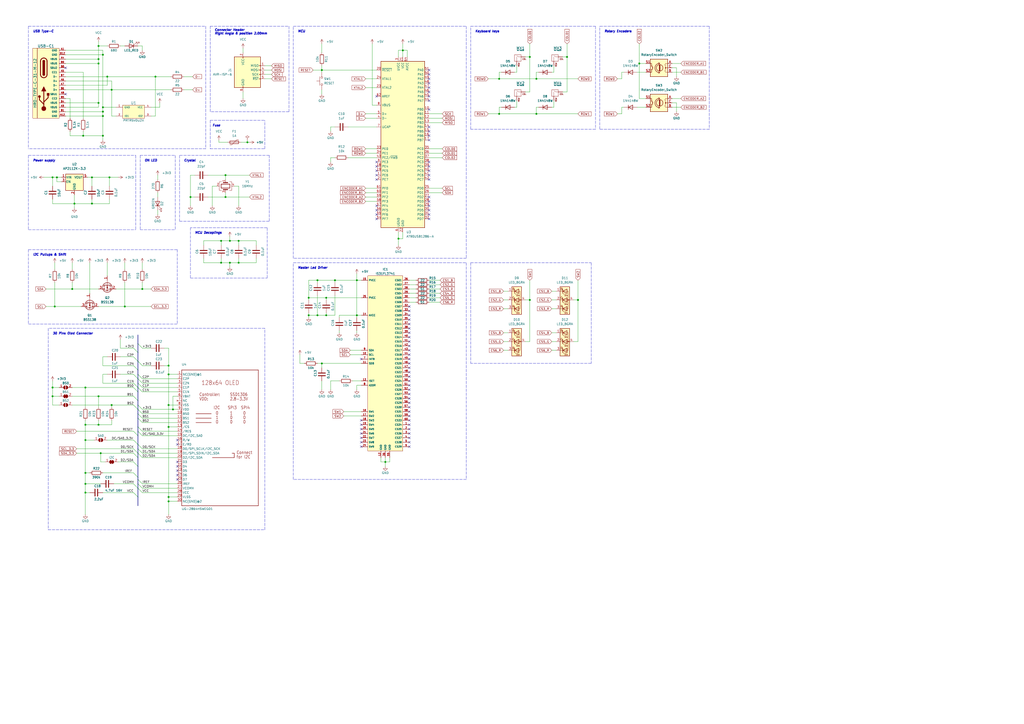
<source format=kicad_sch>
(kicad_sch (version 20211123) (generator eeschema)
  (paper "A2")
  (title_block (date "2022 April") (company "Three Peze Industries") (comment 2 "Simon Pesant") (comment 3 "@SUMKIN Labaratory"))
  (lib_symbols
    (symbol "Adafruit 1.3in 128x64 OLED STEMMA QT-eagle-import:DISP_OLED_UG-2864HSWEG01"
      (property "Reference" "U" (at -22.86 40.64 0))
      (property "Value" "DISP_OLED_UG-2864HSWEG01" (at -22.86 -43.18 0))
      (symbol "DISP_OLED_UG-2864HSWEG01_1_0"
        (text "0" (at -3.175 6.985 0) (effects (font (size 1.778 1.5113)) (justify left bottom)))
        (text "0" (at -3.175 12.065 0) (effects (font (size 1.778 1.5113)) (justify left bottom)))
        (text "0" (at 5.08 6.985 0) (effects (font (size 1.778 1.5113)) (justify left bottom)))
        (text "0" (at 5.08 9.525 0) (effects (font (size 1.778 1.5113)) (justify left bottom)))
        (text "0" (at 12.7 6.985 0) (effects (font (size 1.778 1.5113)) (justify left bottom)))
        (text "0" (at 12.7 9.525 0) (effects (font (size 1.778 1.5113)) (justify left bottom)))
        (text "0" (at 12.7 12.065 0) (effects (font (size 1.778 1.5113)) (justify left bottom)))
        (text "1" (at -3.175 9.525 0) (effects (font (size 1.778 1.5113)) (justify left bottom)))
        (text "1" (at 5.08 12.065 0) (effects (font (size 1.778 1.5113)) (justify left bottom)))
        (text "128x64 OLED" (at -11.43 29.21 0) (effects (font (size 2.54 2.159)) (justify left bottom)))
        (text "2.8-3.3V" (at 5.08 20.32 0) (effects (font (size 1.778 1.5113)) (justify left bottom)))
        (text "Connect" (at 8.89 -10.795 0) (effects (font (size 1.778 1.5113)) (justify left bottom)))
        (text "Controller:" (at -12.7 22.86 0) (effects (font (size 1.778 1.5113)) (justify left bottom)))
        (text "for I2C" (at 8.89 -13.335 0) (effects (font (size 1.778 1.5113)) (justify left bottom)))
        (text "I2C" (at -4.445 15.24 0) (effects (font (size 1.778 1.5113)) (justify left bottom)))
        (text "SPI3" (at 3.81 15.24 0) (effects (font (size 1.778 1.5113)) (justify left bottom)))
        (text "SPI4" (at 11.43 15.24 0) (effects (font (size 1.778 1.5113)) (justify left bottom)))
        (text "SSD1306" (at 5.08 22.86 0) (effects (font (size 1.778 1.5113)) (justify left bottom)))
        (text "VDD:" (at -12.7 20.32 0) (effects (font (size 1.778 1.5113)) (justify left bottom)))
        (pin input line (at -25.4 35.56 0) (length 2.54) (name "NC(GND)@1") (number "1"))
        (pin input line (at -25.4 12.7 0) (length 2.54) (name "BS0") (number "10"))
        (pin input line (at -25.4 10.16 0) (length 2.54) (name "BS1") (number "11"))
        (pin input line (at -25.4 7.62 0) (length 2.54) (name "BS2") (number "12"))
        (pin input line (at -25.4 5.08 0) (length 2.54) (name "/CS") (number "13"))
        (pin input line (at -25.4 2.54 0) (length 2.54) (name "/RES") (number "14"))
        (pin input line (at -25.4 0 0) (length 2.54) (name "DC/I2C_SA0") (number "15"))
        (pin input line (at -25.4 -2.54 0) (length 2.54) (name "R/W") (number "16"))
        (pin input line (at -25.4 -5.08 0) (length 2.54) (name "E/RD") (number "17"))
        (pin bidirectional line (at -25.4 -7.62 0) (length 2.54) (name "D0/SPI_SCLK/I2C_SCK") (number "18"))
        (pin bidirectional line (at -25.4 -10.16 0) (length 2.54) (name "D1/SPI_SDIN/I2C_SDA") (number "19"))
        (pin input line (at -25.4 33.02 0) (length 2.54) (name "C2P") (number "2"))
        (pin bidirectional line (at -25.4 -12.7 0) (length 2.54) (name "D2/I2C_SDA") (number "20"))
        (pin bidirectional line (at -25.4 -15.24 0) (length 2.54) (name "D3") (number "21"))
        (pin bidirectional line (at -25.4 -17.78 0) (length 2.54) (name "D4") (number "22"))
        (pin bidirectional line (at -25.4 -20.32 0) (length 2.54) (name "D5") (number "23"))
        (pin bidirectional line (at -25.4 -22.86 0) (length 2.54) (name "D6") (number "24"))
        (pin bidirectional line (at -25.4 -25.4 0) (length 2.54) (name "D7") (number "25"))
        (pin input line (at -25.4 -27.94 0) (length 2.54) (name "IREF") (number "26"))
        (pin output line (at -25.4 -30.48 0) (length 2.54) (name "VCOMH") (number "27"))
        (pin power_in line (at -25.4 -33.02 0) (length 2.54) (name "VCC") (number "28"))
        (pin power_in line (at -25.4 -35.56 0) (length 2.54) (name "VLSS") (number "29"))
        (pin input line (at -25.4 30.48 0) (length 2.54) (name "C2N") (number "3"))
        (pin input line (at -25.4 -38.1 0) (length 2.54) (name "NC(GND)@2") (number "30"))
        (pin input line (at -25.4 27.94 0) (length 2.54) (name "C1P") (number "4"))
        (pin input line (at -25.4 25.4 0) (length 2.54) (name "C1N") (number "5"))
        (pin input line (at -25.4 22.86 0) (length 2.54) (name "VBAT") (number "6"))
        (pin no_connect line (at -25.4 20.32 0) (length 2.54) (name "NC") (number "7"))
        (pin power_in line (at -25.4 17.78 0) (length 2.54) (name "VSS") (number "8"))
        (pin power_in line (at -25.4 15.24 0) (length 2.54) (name "VDD") (number "9"))
      )
    )
    (symbol "Connector:AVR-ISP-6" (pin_names (offset 1.016))
      (property "Reference" "J" (at -6.35 11.43 0))
      (property "Value" "AVR-ISP-6" (at 0 11.43 0))
      (symbol "AVR-ISP-6_1_1"
        (pin passive line (at 10.16 5.08 180) (length 2.54) (name "MISO") (number "1"))
        (pin passive line (at -2.54 12.7 270) (length 2.54) (name "VCC") (number "2"))
        (pin passive line (at 10.16 0 180) (length 2.54) (name "SCK") (number "3"))
        (pin passive line (at 10.16 2.54 180) (length 2.54) (name "MOSI") (number "4"))
        (pin passive line (at 10.16 -2.54 180) (length 2.54) (name "~{RST}") (number "5"))
        (pin passive line (at -2.54 -10.16 90) (length 2.54) (name "GND") (number "6"))
      )
    )
    (symbol "Device:C" (pin_numbers hide) (pin_names (offset 0.254))
      (property "Reference" "C" (at 0.635 2.54 0))
      (property "Value" "C" (at 0.635 -2.54 0))
      (symbol "C_1_1"
        (pin passive line (at 0 3.81 270) (length 2.794) (name "~") (number "1"))
        (pin passive line (at 0 -3.81 90) (length 2.794) (name "~") (number "2"))
      )
    )
    (symbol "Device:Crystal_GND24" (pin_names (offset 1.016) hide)
      (property "Reference" "Y" (at 3.175 5.08 0))
      (property "Value" "Crystal_GND24" (at 3.175 3.175 0))
      (symbol "Crystal_GND24_1_1"
        (pin passive line (at -3.81 0 0) (length 1.27) (name "1") (number "1"))
        (pin passive line (at 0 5.08 270) (length 1.27) (name "2") (number "2"))
        (pin passive line (at 3.81 0 180) (length 1.27) (name "3") (number "3"))
        (pin passive line (at 0 -5.08 90) (length 1.27) (name "4") (number "4"))
      )
    )
    (symbol "Device:LED" (pin_numbers hide) (pin_names (offset 1.016) hide)
      (property "Reference" "D" (at 0 2.54 0))
      (property "Value" "LED" (at 0 -2.54 0))
      (symbol "LED_1_1"
        (pin passive line (at -3.81 0 0) (length 2.54) (name "K") (number "1"))
        (pin passive line (at 3.81 0 180) (length 2.54) (name "A") (number "2"))
      )
    )
    (symbol "Device:LED_BGRA" (pin_names (offset 0) hide)
      (property "Reference" "D" (at 0 9.398 0))
      (property "Value" "LED_BGRA" (at 0 -8.89 0))
      (symbol "LED_BGRA_0_0"
        (text "B" (at -1.905 -6.35 0) (effects (font (size 1.27 1.27))))
        (text "G" (at -1.905 -1.27 0) (effects (font (size 1.27 1.27))))
        (text "R" (at -1.905 3.81 0) (effects (font (size 1.27 1.27))))
      )
      (symbol "LED_BGRA_1_1"
        (pin passive line (at -5.08 -5.08 0) (length 2.54) (name "BK") (number "1"))
        (pin passive line (at -5.08 0 0) (length 2.54) (name "GK") (number "2"))
        (pin passive line (at -5.08 5.08 0) (length 2.54) (name "RK") (number "3"))
        (pin passive line (at 5.08 0 180) (length 2.54) (name "A") (number "4"))
      )
    )
    (symbol "Device:Polyfuse" (pin_numbers hide) (pin_names (offset 0))
      (property "Reference" "F" (at -2.54 0 90))
      (property "Value" "Polyfuse" (at 2.54 0 90))
      (symbol "Polyfuse_1_1"
        (pin passive line (at 0 3.81 270) (length 1.27) (name "~") (number "1"))
        (pin passive line (at 0 -3.81 90) (length 1.27) (name "~") (number "2"))
      )
    )
    (symbol "Device:R" (pin_numbers hide) (pin_names (offset 0))
      (property "Reference" "R" (at 2.032 0 90))
      (property "Value" "R" (at 0 0 90))
      (symbol "R_1_1"
        (pin passive line (at 0 3.81 270) (length 1.27) (name "~") (number "1"))
        (pin passive line (at 0 -3.81 90) (length 1.27) (name "~") (number "2"))
      )
    )
    (symbol "Device:RotaryEncoder_Switch" (pin_names (offset 0.254) hide)
      (property "Reference" "SW" (at 0 6.604 0))
      (property "Value" "RotaryEncoder_Switch" (at 0 -6.604 0))
      (symbol "RotaryEncoder_Switch_1_1"
        (pin passive line (at -7.62 2.54 0) (length 2.54) (name "A") (number "A"))
        (pin passive line (at -7.62 -2.54 0) (length 2.54) (name "B") (number "B"))
        (pin passive line (at -7.62 0 0) (length 2.54) (name "C") (number "C"))
        (pin passive line (at 7.62 2.54 180) (length 2.54) (name "S1") (number "S1"))
        (pin passive line (at 7.62 -2.54 180) (length 2.54) (name "S2") (number "S2"))
      )
    )
    (symbol "Diode:1N4148W" (pin_numbers hide) (pin_names (offset 1.016) hide)
      (property "Reference" "D" (at 0 2.54 0))
      (property "Value" "1N4148W" (at 0 -2.54 0))
      (symbol "1N4148W_1_1"
        (pin passive line (at -3.81 0 0) (length 2.54) (name "K") (number "1"))
        (pin passive line (at 3.81 0 180) (length 2.54) (name "A") (number "2"))
      )
    )
    (symbol "Jumper:SolderJumper_2_Bridged" (pin_names (offset 0) hide)
      (property "Reference" "JP" (at 0 2.032 0))
      (property "Value" "SolderJumper_2_Bridged" (at 0 -2.54 0))
      (symbol "SolderJumper_2_Bridged_1_1"
        (pin passive line (at -3.81 0 0) (length 2.54) (name "A") (number "1"))
        (pin passive line (at 3.81 0 180) (length 2.54) (name "B") (number "2"))
      )
    )
    (symbol "Jumper:SolderJumper_2_Open" (pin_names (offset 0) hide)
      (property "Reference" "JP" (at 0 2.032 0))
      (property "Value" "SolderJumper_2_Open" (at 0 -2.54 0))
      (symbol "SolderJumper_2_Open_1_1"
        (pin passive line (at -3.81 0 0) (length 2.54) (name "A") (number "1"))
        (pin passive line (at 3.81 0 180) (length 2.54) (name "B") (number "2"))
      )
    )
    (symbol "MCU_Microchip_AVR:AT90USB1286-A"
      (property "Reference" "U" (at -12.7 49.53 0))
      (property "Value" "AT90USB1286-A" (at 2.54 -49.53 0))
      (symbol "AT90USB1286-A_1_1"
        (pin bidirectional line (at -15.24 -17.78 0) (length 2.54) (name "PE6") (number "1"))
        (pin bidirectional line (at 15.24 20.32 180) (length 2.54) (name "PB0") (number "10"))
        (pin bidirectional line (at 15.24 17.78 180) (length 2.54) (name "PB1") (number "11"))
        (pin bidirectional line (at 15.24 15.24 180) (length 2.54) (name "PB2") (number "12"))
        (pin bidirectional line (at 15.24 12.7 180) (length 2.54) (name "PB3") (number "13"))
        (pin bidirectional line (at 15.24 10.16 180) (length 2.54) (name "PB4") (number "14"))
        (pin bidirectional line (at 15.24 7.62 180) (length 2.54) (name "PB5") (number "15"))
        (pin bidirectional line (at 15.24 5.08 180) (length 2.54) (name "PB6") (number "16"))
        (pin bidirectional line (at 15.24 2.54 180) (length 2.54) (name "PB7") (number "17"))
        (pin bidirectional line (at -15.24 -12.7 0) (length 2.54) (name "PE4") (number "18"))
        (pin bidirectional line (at -15.24 -15.24 0) (length 2.54) (name "PE5") (number "19"))
        (pin bidirectional line (at -15.24 -20.32 0) (length 2.54) (name "PE7") (number "2"))
        (pin input line (at -15.24 43.18 0) (length 2.54) (name "~{RESET}") (number "20"))
        (pin power_in line (at 0 50.8 270) (length 2.54) (name "VCC") (number "21"))
        (pin power_in line (at 0 -50.8 90) (length 2.54) (name "GND") (number "22"))
        (pin output line (at -15.24 33.02 0) (length 2.54) (name "XTAL2") (number "23"))
        (pin input line (at -15.24 38.1 0) (length 2.54) (name "XTAL1") (number "24"))
        (pin bidirectional line (at 15.24 -25.4 180) (length 2.54) (name "PD0") (number "25"))
        (pin bidirectional line (at 15.24 -27.94 180) (length 2.54) (name "PD1") (number "26"))
        (pin bidirectional line (at 15.24 -30.48 180) (length 2.54) (name "PD2") (number "27"))
        (pin bidirectional line (at 15.24 -33.02 180) (length 2.54) (name "PD3") (number "28"))
        (pin bidirectional line (at 15.24 -35.56 180) (length 2.54) (name "PD4") (number "29"))
        (pin power_in line (at -2.54 50.8 270) (length 2.54) (name "UVCC") (number "3"))
        (pin bidirectional line (at 15.24 -38.1 180) (length 2.54) (name "PD5") (number "30"))
        (pin bidirectional line (at 15.24 -40.64 180) (length 2.54) (name "PD6") (number "31"))
        (pin bidirectional line (at 15.24 -43.18 180) (length 2.54) (name "PD7") (number "32"))
        (pin bidirectional line (at -15.24 -2.54 0) (length 2.54) (name "PE0") (number "33"))
        (pin bidirectional line (at -15.24 -5.08 0) (length 2.54) (name "PE1") (number "34"))
        (pin bidirectional line (at 15.24 -2.54 180) (length 2.54) (name "PC0") (number "35"))
        (pin bidirectional line (at 15.24 -5.08 180) (length 2.54) (name "PC1") (number "36"))
        (pin bidirectional line (at 15.24 -7.62 180) (length 2.54) (name "PC2") (number "37"))
        (pin bidirectional line (at 15.24 -10.16 180) (length 2.54) (name "PC3") (number "38"))
        (pin bidirectional line (at 15.24 -12.7 180) (length 2.54) (name "PC4") (number "39"))
        (pin bidirectional line (at -15.24 15.24 0) (length 2.54) (name "D-") (number "4"))
        (pin bidirectional line (at 15.24 -15.24 180) (length 2.54) (name "PC5") (number "40"))
        (pin bidirectional line (at 15.24 -17.78 180) (length 2.54) (name "PC6") (number "41"))
        (pin bidirectional line (at 15.24 -20.32 180) (length 2.54) (name "PC7") (number "42"))
        (pin bidirectional line (at -15.24 -7.62 0) (length 2.54) (name "PE2/~{HWB}") (number "43"))
        (pin bidirectional line (at 15.24 25.4 180) (length 2.54) (name "PA7") (number "44"))
        (pin bidirectional line (at 15.24 27.94 180) (length 2.54) (name "PA6") (number "45"))
        (pin bidirectional line (at 15.24 30.48 180) (length 2.54) (name "PA5") (number "46"))
        (pin bidirectional line (at 15.24 33.02 180) (length 2.54) (name "PA4") (number "47"))
        (pin bidirectional line (at 15.24 35.56 180) (length 2.54) (name "PA3") (number "48"))
        (pin bidirectional line (at 15.24 38.1 180) (length 2.54) (name "PA2") (number "49"))
        (pin bidirectional line (at -15.24 17.78 0) (length 2.54) (name "D+") (number "5"))
        (pin bidirectional line (at 15.24 40.64 180) (length 2.54) (name "PA1") (number "50"))
        (pin bidirectional line (at 15.24 43.18 180) (length 2.54) (name "PA0") (number "51"))
        (pin passive line (at 0 50.8 270) (length 2.54) hide (name "VCC") (number "52"))
        (pin passive line (at 0 -50.8 90) (length 2.54) hide (name "GND") (number "53"))
        (pin bidirectional line (at -15.24 -43.18 0) (length 2.54) (name "PF7") (number "54"))
        (pin bidirectional line (at -15.24 -40.64 0) (length 2.54) (name "PF6") (number "55"))
        (pin bidirectional line (at -15.24 -38.1 0) (length 2.54) (name "PF5") (number "56"))
        (pin bidirectional line (at -15.24 -35.56 0) (length 2.54) (name "PF4") (number "57"))
        (pin bidirectional line (at -15.24 -33.02 0) (length 2.54) (name "PF3") (number "58"))
        (pin bidirectional line (at -15.24 -30.48 0) (length 2.54) (name "PF2") (number "59"))
        (pin power_in line (at -2.54 -50.8 90) (length 2.54) (name "UGND") (number "6"))
        (pin bidirectional line (at -15.24 -27.94 0) (length 2.54) (name "PF1") (number "60"))
        (pin bidirectional line (at -15.24 -25.4 0) (length 2.54) (name "PF0") (number "61"))
        (pin passive line (at -15.24 27.94 0) (length 2.54) (name "AREF") (number "62"))
        (pin passive line (at 0 -50.8 90) (length 2.54) hide (name "GND") (number "63"))
        (pin power_in line (at 2.54 50.8 270) (length 2.54) (name "AVCC") (number "64"))
        (pin passive line (at -15.24 10.16 0) (length 2.54) (name "UCAP") (number "7"))
        (pin input line (at -15.24 22.86 0) (length 2.54) (name "VBUS") (number "8"))
        (pin bidirectional line (at -15.24 -10.16 0) (length 2.54) (name "PE3") (number "9"))
      )
    )
    (symbol "MX_Alps_Hybrid:MX-NoLED" (pin_names (offset 1.016))
      (property "Reference" "MX" (at -0.635 3.81 0))
      (property "Value" "MX-NoLED" (at -0.635 1.27 0))
      (symbol "MX-NoLED_0_0"
        (text "COL" (at 3.175 0 0) (effects (font (size 0.762 0.762))))
        (text "ROW" (at 0 -1.905 900) (effects (font (size 0.762 0.762)) (justify right)))
      )
      (symbol "MX-NoLED_1_1"
        (pin passive line (at 3.81 1.27 180) (length 2.54) (name "COL") (number "1"))
        (pin passive line (at -1.27 -3.81 90) (length 2.54) (name "ROW") (number "2"))
      )
    )
    (symbol "ProtoFull_Project Libs:IS31FL3741"
      (property "Reference" "IC" (at 0 55.245 0))
      (property "Value" "IS31FL3741" (at 0 52.705 0))
      (symbol "IS31FL3741_1_1"
        (pin output line (at 13.97 -35.56 180) (length 3.81) (name "CS34") (number "1"))
        (pin input line (at -13.97 5.08 0) (length 3.81) (name "SCL") (number "10"))
        (pin input line (at -13.97 0 0) (length 3.81) (name "SDB") (number "11"))
        (pin power_in line (at -2.54 -54.61 90) (length 3.81) (name "GND") (number "12"))
        (pin input line (at -13.97 -10.16 0) (length 3.81) (name "ISET") (number "13"))
        (pin power_in line (at -13.97 27.94 0) (length 3.81) (name "AVCC") (number "14"))
        (pin power_in line (at -13.97 48.26 0) (length 3.81) (name "PVCC") (number "15"))
        (pin input line (at -13.97 -27.94 0) (length 3.81) (name "SW1") (number "16"))
        (pin input line (at -13.97 -30.48 0) (length 3.81) (name "SW2") (number "17"))
        (pin input line (at -13.97 -33.02 0) (length 3.81) (name "SW3") (number "18"))
        (pin input line (at -13.97 -35.56 0) (length 3.81) (name "SW4") (number "19"))
        (pin output line (at 13.97 -38.1 180) (length 3.81) (name "CS35") (number "2"))
        (pin input line (at -13.97 -38.1 0) (length 3.81) (name "SW5") (number "20"))
        (pin input line (at -13.97 -40.64 0) (length 3.81) (name "SW6") (number "21"))
        (pin input line (at -13.97 -43.18 0) (length 3.81) (name "SW7") (number "22"))
        (pin input line (at -13.97 -45.72 0) (length 3.81) (name "SW8") (number "23"))
        (pin input line (at -13.97 -48.26 0) (length 3.81) (name "SW9") (number "24"))
        (pin power_in line (at -13.97 38.1 0) (length 3.81) (name "PVCC") (number "25"))
        (pin output line (at 13.97 48.26 180) (length 3.81) (name "CS01") (number "26"))
        (pin output line (at 13.97 45.72 180) (length 3.81) (name "CS02") (number "27"))
        (pin output line (at 13.97 43.18 180) (length 3.81) (name "CS03") (number "28"))
        (pin output line (at 13.97 40.64 180) (length 3.81) (name "CS04") (number "29"))
        (pin output line (at 13.97 -40.64 180) (length 3.81) (name "CS36") (number "3"))
        (pin output line (at 13.97 38.1 180) (length 3.81) (name "CS05") (number "30"))
        (pin output line (at 13.97 35.56 180) (length 3.81) (name "CS06") (number "31"))
        (pin output line (at 13.97 33.02 180) (length 3.81) (name "CS07") (number "32"))
        (pin output line (at 13.97 30.48 180) (length 3.81) (name "CS08") (number "33"))
        (pin output line (at 13.97 27.94 180) (length 3.81) (name "CS09") (number "34"))
        (pin output line (at 13.97 25.4 180) (length 3.81) (name "CS10") (number "35"))
        (pin power_in line (at 0 -54.61 90) (length 3.81) (name "GND") (number "36"))
        (pin output line (at 13.97 22.86 180) (length 3.81) (name "CS11") (number "37"))
        (pin output line (at 13.97 20.32 180) (length 3.81) (name "CS12") (number "38"))
        (pin output line (at 13.97 17.78 180) (length 3.81) (name "CS13") (number "39"))
        (pin output line (at 13.97 -43.18 180) (length 3.81) (name "CS37") (number "4"))
        (pin output line (at 13.97 15.24 180) (length 3.81) (name "CS14") (number "40"))
        (pin output line (at 13.97 12.7 180) (length 3.81) (name "CS15") (number "41"))
        (pin output line (at 13.97 10.16 180) (length 3.81) (name "CS16") (number "42"))
        (pin output line (at 13.97 7.62 180) (length 3.81) (name "CS17") (number "43"))
        (pin output line (at 13.97 5.08 180) (length 3.81) (name "CS18") (number "44"))
        (pin output line (at 13.97 2.54 180) (length 3.81) (name "CS19") (number "45"))
        (pin output line (at 13.97 0 180) (length 3.81) (name "CS20") (number "46"))
        (pin output line (at 13.97 -2.54 180) (length 3.81) (name "CS21") (number "47"))
        (pin output line (at 13.97 -5.08 180) (length 3.81) (name "CS22") (number "48"))
        (pin output line (at 13.97 -7.62 180) (length 3.81) (name "CS23") (number "49"))
        (pin output line (at 13.97 -45.72 180) (length 3.81) (name "CS38") (number "5"))
        (pin output line (at 13.97 -10.16 180) (length 3.81) (name "CS24") (number "50"))
        (pin output line (at 13.97 -12.7 180) (length 3.81) (name "CS25") (number "51"))
        (pin output line (at 13.97 -15.24 180) (length 3.81) (name "CS26") (number "52"))
        (pin output line (at 13.97 -17.78 180) (length 3.81) (name "CS27") (number "53"))
        (pin output line (at 13.97 -20.32 180) (length 3.81) (name "CS28") (number "54"))
        (pin power_in line (at 2.54 -54.61 90) (length 3.81) (name "GND") (number "55"))
        (pin output line (at 13.97 -22.86 180) (length 3.81) (name "CS29") (number "56"))
        (pin output line (at 13.97 -25.4 180) (length 3.81) (name "CS30") (number "57"))
        (pin output line (at 13.97 -27.94 180) (length 3.81) (name "CS31") (number "58"))
        (pin output line (at 13.97 -30.48 180) (length 3.81) (name "CS32") (number "59"))
        (pin output line (at 13.97 -48.26 180) (length 3.81) (name "CS39") (number "6"))
        (pin output line (at 13.97 -33.02 180) (length 3.81) (name "CS33") (number "60"))
        (pin passive line (at -13.97 17.78 0) (length 3.81) hide (name "ThermalPad") (number "61"))
        (pin input line (at -13.97 2.54 0) (length 3.81) (name "INTB") (number "7"))
        (pin input line (at -13.97 -12.7 0) (length 3.81) (name "ADDR") (number "8"))
        (pin input line (at -13.97 7.62 0) (length 3.81) (name "SDA") (number "9"))
      )
    )
    (symbol "Regulator_Linear:AP2112K-3.3" (pin_names (offset 0.254))
      (property "Reference" "U" (at -5.08 5.715 0))
      (property "Value" "AP2112K-3.3" (at 0 5.715 0))
      (symbol "AP2112K-3.3_1_1"
        (pin power_in line (at -7.62 2.54 0) (length 2.54) (name "VIN") (number "1"))
        (pin power_in line (at 0 -7.62 90) (length 2.54) (name "GND") (number "2"))
        (pin input line (at -7.62 0 0) (length 2.54) (name "EN") (number "3"))
        (pin no_connect line (at 5.08 0 180) (length 2.54) hide (name "NC") (number "4"))
        (pin power_out line (at 7.62 2.54 180) (length 2.54) (name "VOUT") (number "5"))
      )
    )
    (symbol "Switch:SW_Push" (pin_numbers hide) (pin_names (offset 1.016) hide)
      (property "Reference" "SW" (at 1.27 2.54 0))
      (property "Value" "SW_Push" (at 0 -1.524 0))
      (symbol "SW_Push_0_1"
        (pin passive line (at -5.08 0 0) (length 2.54) (name "1") (number "1"))
        (pin passive line (at 5.08 0 180) (length 2.54) (name "2") (number "2"))
      )
    )
    (symbol "Transistor_FET:BSS138" (pin_names hide)
      (property "Reference" "Q" (at 5.08 1.905 0))
      (property "Value" "BSS138" (at 5.08 0 0))
      (symbol "BSS138_1_1"
        (pin input line (at -5.08 0 0) (length 2.54) (name "G") (number "1"))
        (pin passive line (at 2.54 -5.08 90) (length 2.54) (name "S") (number "2"))
        (pin passive line (at 2.54 5.08 270) (length 2.54) (name "D") (number "3"))
      )
    )
    (symbol "Type-C:HRO-TYPE-C-31-M-12" (pin_names (offset 1.016))
      (property "Reference" "USB-C" (at 0 21.59 0))
      (property "Value" "HRO-TYPE-C-31-M-12" (at -6.35 0 90))
      (symbol "HRO-TYPE-C-31-M-12_1_1"
        (pin power_out line (at 11.43 19.05 180) (length 3.81) (name "GND") (number "A1"))
        (pin power_out line (at 11.43 -19.05 180) (length 3.81) (name "GND") (number "A12"))
        (pin power_out line (at 11.43 13.97 180) (length 3.81) (name "VBUS") (number "A4"))
        (pin bidirectional line (at 11.43 6.35 180) (length 3.81) (name "CC1") (number "A5"))
        (pin bidirectional line (at 11.43 1.27 180) (length 3.81) (name "D+") (number "A6"))
        (pin bidirectional line (at 11.43 -1.27 180) (length 3.81) (name "D-") (number "A7"))
        (pin bidirectional line (at 11.43 -6.35 180) (length 3.81) (name "SBU1") (number "A8"))
        (pin power_out line (at 11.43 -13.97 180) (length 3.81) (name "VBUS") (number "A9"))
        (pin power_out line (at 11.43 -16.51 180) (length 3.81) (name "GND") (number "B1"))
        (pin power_out line (at 11.43 16.51 180) (length 3.81) (name "GND") (number "B12"))
        (pin power_out line (at 11.43 -11.43 180) (length 3.81) (name "VBUS") (number "B4"))
        (pin bidirectional line (at 11.43 -8.89 180) (length 3.81) (name "CC2") (number "B5"))
        (pin bidirectional line (at 11.43 -3.81 180) (length 3.81) (name "D+") (number "B6"))
        (pin bidirectional line (at 11.43 3.81 180) (length 3.81) (name "D-") (number "B7"))
        (pin bidirectional line (at 11.43 8.89 180) (length 3.81) (name "SBU2") (number "B8"))
        (pin power_out line (at 11.43 11.43 180) (length 3.81) (name "VBUS") (number "B9"))
      )
    )
    (symbol "power:+3V3" (power) (pin_names (offset 0))
      (property "Value" "+3V3" (at 0 3.556 0))
      (symbol "+3V3_1_1"
        (pin power_in line (at 0 0 90) (length 0) hide (name "+3V3") (number "1"))
      )
    )
    (symbol "power:+5V" (power) (pin_names (offset 0))
      (property "Value" "+5V" (at 0 3.556 0))
      (symbol "+5V_1_1"
        (pin power_in line (at 0 0 90) (length 0) hide (name "+5V") (number "1"))
      )
    )
    (symbol "power:GND" (power) (pin_names (offset 0))
      (property "Value" "GND" (at 0 -3.81 0))
      (symbol "GND_1_1"
        (pin power_in line (at 0 0 270) (length 0) hide (name "GND") (number "1"))
      )
    )
    (symbol "power:PWR_FLAG" (power) (pin_numbers hide) (pin_names (offset 0) hide)
      (property "Value" "PWR_FLAG" (at 0 3.81 0))
      (symbol "PWR_FLAG_0_0"
        (pin power_out line (at 0 0 90) (length 0) (name "pwr") (number "1"))
      )
    )
    (symbol "power:VCC" (power) (pin_names (offset 0))
      (property "Value" "VCC" (at 0 3.81 0))
      (symbol "VCC_1_1"
        (pin power_in line (at 0 0 90) (length 0) hide (name "VCC") (number "1"))
      )
    )
    (symbol "random-keyboard-parts:PRTR5V0U2X" (pin_names (offset 1.016))
      (property "Reference" "U" (at 0 5.08 0))
      (property "Value" "PRTR5V0U2X" (at 0 -5.08 0))
      (symbol "PRTR5V0U2X_1_1"
        (pin power_in line (at -10.16 2.54 0) (length 3.81) (name "GND") (number "1"))
        (pin bidirectional line (at -10.16 -2.54 0) (length 3.81) (name "IO1") (number "2"))
        (pin bidirectional line (at 10.16 -2.54 180) (length 3.81) (name "IO2") (number "3"))
        (pin power_in line (at 10.16 2.54 180) (length 3.81) (name "VCC") (number "4"))
      )
    )
  )
  (junction (at 59.69 67.31))
  (junction (at 194.31 162.56))
  (junction (at 31.75 177.8))
  (junction (at 97.79 212.09))
  (junction (at 72.39 177.8))
  (junction (at 130.81 101.6))
  (junction (at 59.69 62.23))
  (junction (at 53.34 118.11))
  (junction (at 97.79 247.65))
  (junction (at 63.5 102.87))
  (junction (at 58.42 262.89))
  (junction (at 30.48 224.79))
  (junction (at 62.23 44.45))
  (junction (at 59.69 31.75))
  (junction (at 307.34 173.99))
  (junction (at 49.53 255.27))
  (junction (at 41.91 167.64))
  (junction (at 335.28 173.99))
  (junction (at 138.43 139.7))
  (junction (at 57.15 36.83))
  (junction (at 133.35 152.4))
  (junction (at 49.53 285.75))
  (junction (at 64.77 234.95))
  (junction (at 231.14 138.43))
  (junction (at 49.53 224.79))
  (junction (at 30.48 229.87))
  (junction (at 48.26 78.74))
  (junction (at 59.69 78.74))
  (junction (at 184.15 182.88))
  (junction (at 97.79 234.95))
  (junction (at 138.43 152.4))
  (junction (at 30.48 102.87))
  (junction (at 143.51 82.55))
  (junction (at 64.77 52.07))
  (junction (at 57.15 26.67))
  (junction (at 57.15 246.38))
  (junction (at 307.34 33.02))
  (junction (at 223.52 267.97))
  (junction (at 311.15 66.04))
  (junction (at 57.15 34.29))
  (junction (at 207.01 162.56))
  (junction (at 57.15 59.69))
  (junction (at 130.81 114.3))
  (junction (at 43.18 118.11))
  (junction (at 33.02 102.87))
  (junction (at 49.53 246.38))
  (junction (at 289.56 45.72))
  (junction (at 233.68 29.21))
  (junction (at 53.34 102.87))
  (junction (at 184.15 162.56))
  (junction (at 90.17 44.45))
  (junction (at 133.35 139.7))
  (junction (at 49.53 274.32))
  (junction (at 186.69 210.82))
  (junction (at 370.84 36.83))
  (junction (at 179.07 172.72))
  (junction (at 328.93 33.02))
  (junction (at 100.33 237.49))
  (junction (at 128.27 152.4))
  (junction (at 97.79 290.83))
  (junction (at 49.53 280.67))
  (junction (at 57.15 229.87))
  (junction (at 59.69 64.77))
  (junction (at 289.56 66.04))
  (junction (at 189.23 172.72))
  (junction (at 128.27 139.7))
  (junction (at 207.01 182.88))
  (junction (at 179.07 182.88))
  (junction (at 97.79 217.17))
  (junction (at 189.23 182.88))
  (junction (at 311.15 45.72))
  (junction (at 82.55 167.64))
  (junction (at 186.69 40.64))
  (junction (at 97.79 288.29))
  (junction (at 110.49 114.3))
  (no_connect (at 209.55 208.28))
  (no_connect (at 102.87 270.51))
  (no_connect (at 102.87 273.05))
  (no_connect (at 102.87 275.59))
  (no_connect (at 102.87 278.13))
  (no_connect (at 102.87 267.97))
  (no_connect (at 218.44 121.92))
  (no_connect (at 218.44 127))
  (no_connect (at 218.44 124.46))
  (no_connect (at 218.44 119.38))
  (no_connect (at 209.55 259.08))
  (no_connect (at 209.55 251.46))
  (no_connect (at 209.55 248.92))
  (no_connect (at 209.55 246.38))
  (no_connect (at 209.55 254))
  (no_connect (at 209.55 256.54))
  (no_connect (at 209.55 243.84))
  (no_connect (at 237.49 256.54))
  (no_connect (at 237.49 254))
  (no_connect (at 237.49 259.08))
  (no_connect (at 38.1 39.37))
  (no_connect (at 38.1 54.61))
  (no_connect (at 237.49 218.44))
  (no_connect (at 237.49 220.98))
  (no_connect (at 237.49 228.6))
  (no_connect (at 237.49 233.68))
  (no_connect (at 237.49 226.06))
  (no_connect (at 237.49 231.14))
  (no_connect (at 237.49 223.52))
  (no_connect (at 237.49 246.38))
  (no_connect (at 237.49 248.92))
  (no_connect (at 237.49 251.46))
  (no_connect (at 237.49 241.3))
  (no_connect (at 237.49 236.22))
  (no_connect (at 237.49 238.76))
  (no_connect (at 237.49 243.84))
  (no_connect (at 237.49 213.36))
  (no_connect (at 237.49 215.9))
  (no_connect (at 237.49 210.82))
  (no_connect (at 237.49 177.8))
  (no_connect (at 237.49 205.74))
  (no_connect (at 237.49 203.2))
  (no_connect (at 237.49 198.12))
  (no_connect (at 237.49 200.66))
  (no_connect (at 237.49 195.58))
  (no_connect (at 237.49 208.28))
  (no_connect (at 237.49 190.5))
  (no_connect (at 237.49 180.34))
  (no_connect (at 237.49 185.42))
  (no_connect (at 237.49 193.04))
  (no_connect (at 237.49 187.96))
  (no_connect (at 237.49 182.88))
  (no_connect (at 248.92 93.98))
  (no_connect (at 248.92 121.92))
  (no_connect (at 248.92 99.06))
  (no_connect (at 248.92 104.14))
  (no_connect (at 248.92 96.52))
  (no_connect (at 248.92 101.6))
  (no_connect (at 248.92 78.74))
  (no_connect (at 248.92 81.28))
  (no_connect (at 248.92 63.5))
  (no_connect (at 248.92 73.66))
  (no_connect (at 248.92 76.2))
  (no_connect (at 248.92 114.3))
  (no_connect (at 248.92 127))
  (no_connect (at 102.87 255.27))
  (no_connect (at 102.87 257.81))
  (no_connect (at 218.44 55.88))
  (no_connect (at 248.92 119.38))
  (no_connect (at 248.92 43.18))
  (no_connect (at 248.92 53.34))
  (no_connect (at 248.92 48.26))
  (no_connect (at 248.92 45.72))
  (no_connect (at 248.92 40.64))
  (no_connect (at 248.92 55.88))
  (no_connect (at 248.92 50.8))
  (no_connect (at 248.92 58.42))
  (no_connect (at 248.92 116.84))
  (no_connect (at 248.92 124.46))
  (no_connect (at 218.44 104.14))
  (no_connect (at 218.44 101.6))
  (no_connect (at 218.44 93.98))
  (no_connect (at 218.44 96.52))
  (no_connect (at 218.44 99.06))
  (bus_entry (at 80.01 283.21) (size 2.54 2.54))
  (bus_entry (at 77.47 280.67) (size 2.54 2.54))
  (bus_entry (at 77.47 260.35) (size 2.54 2.54))
  (bus_entry (at 77.47 262.89) (size 2.54 2.54))
  (bus_entry (at 80.01 217.17) (size 2.54 2.54))
  (bus_entry (at 80.01 262.89) (size 2.54 2.54))
  (bus_entry (at 80.01 219.71) (size 2.54 2.54))
  (bus_entry (at 80.01 278.13) (size 2.54 2.54))
  (bus_entry (at 80.01 247.65) (size 2.54 2.54))
  (bus_entry (at 77.47 250.19) (size 2.54 2.54))
  (bus_entry (at 80.01 237.49) (size 2.54 2.54))
  (bus_entry (at 80.01 240.03) (size 2.54 2.54))
  (bus_entry (at 80.01 242.57) (size 2.54 2.54))
  (bus_entry (at 77.47 217.17) (size 2.54 2.54))
  (bus_entry (at 77.47 222.25) (size 2.54 2.54))
  (bus_entry (at 80.01 222.25) (size 2.54 2.54))
  (bus_entry (at 80.01 224.79) (size 2.54 2.54))
  (bus_entry (at 77.47 285.75) (size 2.54 2.54))
  (bus_entry (at 80.01 280.67) (size 2.54 2.54))
  (bus_entry (at 80.01 209.55) (size 2.54 2.54))
  (bus_entry (at 80.01 199.39) (size 2.54 2.54))
  (bus_entry (at 80.01 257.81) (size 2.54 2.54))
  (bus_entry (at 77.47 255.27) (size 2.54 2.54))
  (bus_entry (at 77.47 201.93) (size 2.54 2.54))
  (bus_entry (at 80.01 234.95) (size 2.54 2.54))
  (bus_entry (at 80.01 250.19) (size 2.54 2.54))
  (bus_entry (at 77.47 224.79) (size 2.54 2.54))
  (bus_entry (at 77.47 229.87) (size 2.54 2.54))
  (bus_entry (at 77.47 234.95) (size 2.54 2.54))
  (bus_entry (at 77.47 274.32) (size 2.54 2.54))
  (bus_entry (at 80.01 260.35) (size 2.54 2.54))
  (bus_entry (at 77.47 212.09) (size 2.54 2.54))
  (bus_entry (at 77.47 207.01) (size 2.54 2.54))
  (bus_entry (at 77.47 267.97) (size 2.54 2.54))
  (polyline (pts (xy 81.28 133.35) (xy 101.6 133.35)))
  (wire (pts (xy 237.49 162.56) (xy 241.3 162.56)))
  (wire (pts (xy 49.53 285.75) (xy 49.53 280.67)))
  (wire (pts (xy 223.52 265.43) (xy 223.52 267.97)))
  (wire (pts (xy 130.81 101.6) (xy 144.78 101.6)))
  (bus (pts (xy 80.01 224.79) (xy 80.01 227.33)))
  (wire (pts (xy 38.1 31.75) (xy 59.69 31.75)))
  (wire (pts (xy 321.31 62.23) (xy 320.04 62.23)))
  (polyline (pts (xy 411.48 15.24) (xy 411.48 74.93)))
  (wire (pts (xy 389.89 36.83) (xy 394.97 36.83)))
  (wire (pts (xy 212.09 114.3) (xy 218.44 114.3)))
  (bus (pts (xy 80.01 242.57) (xy 80.01 247.65)))
  (wire (pts (xy 82.55 212.09) (xy 87.63 212.09)))
  (wire (pts (xy 59.69 67.31) (xy 59.69 78.74)))
  (wire (pts (xy 40.64 57.15) (xy 40.64 68.58)))
  (wire (pts (xy 212.09 86.36) (xy 218.44 86.36)))
  (wire (pts (xy 320.04 168.91) (xy 322.58 168.91)))
  (wire (pts (xy 41.91 167.64) (xy 57.15 167.64)))
  (polyline (pts (xy 153.67 86.36) (xy 153.67 69.85)))
  (wire (pts (xy 102.87 288.29) (xy 97.79 288.29)))
  (wire (pts (xy 203.2 205.74) (xy 209.55 205.74)))
  (wire (pts (xy 215.9 60.96) (xy 215.9 25.4)))
  (wire (pts (xy 97.79 288.29) (xy 97.79 290.83)))
  (wire (pts (xy 392.43 39.37) (xy 392.43 44.45)))
  (wire (pts (xy 289.56 45.72) (xy 311.15 45.72)))
  (wire (pts (xy 50.8 102.87) (xy 53.34 102.87)))
  (wire (pts (xy 148.59 142.24) (xy 148.59 139.7)))
  (wire (pts (xy 307.34 198.12) (xy 304.8 198.12)))
  (wire (pts (xy 184.15 210.82) (xy 186.69 210.82)))
  (wire (pts (xy 118.11 152.4) (xy 128.27 152.4)))
  (polyline (pts (xy 170.18 15.24) (xy 270.51 15.24)))
  (bus (pts (xy 80.01 262.89) (xy 80.01 265.43)))
  (wire (pts (xy 186.69 41.91) (xy 186.69 40.64)))
  (polyline (pts (xy 104.14 90.17) (xy 104.14 128.27)))
  (wire (pts (xy 138.43 152.4) (xy 148.59 152.4)))
  (wire (pts (xy 226.06 267.97) (xy 223.52 267.97)))
  (polyline (pts (xy 170.18 149.86) (xy 170.18 15.24)))
  (wire (pts (xy 91.44 101.6) (xy 91.44 104.14)))
  (wire (pts (xy 69.85 26.67) (xy 72.39 26.67)))
  (wire (pts (xy 38.1 46.99) (xy 64.77 46.99)))
  (wire (pts (xy 290.83 41.91) (xy 289.56 41.91)))
  (polyline (pts (xy 16.51 90.17) (xy 16.51 133.35)))
  (wire (pts (xy 43.18 113.03) (xy 43.18 118.11)))
  (wire (pts (xy 231.14 29.21) (xy 233.68 29.21)))
  (wire (pts (xy 68.58 267.97) (xy 77.47 267.97)))
  (wire (pts (xy 31.75 152.4) (xy 31.75 156.21)))
  (polyline (pts (xy 342.9 152.4) (xy 342.9 210.82)))
  (wire (pts (xy 328.93 25.4) (xy 328.93 33.02)))
  (wire (pts (xy 82.55 26.67) (xy 82.55 29.21)))
  (wire (pts (xy 72.39 177.8) (xy 87.63 177.8)))
  (wire (pts (xy 127 82.55) (xy 132.08 82.55)))
  (wire (pts (xy 140.97 53.34) (xy 140.97 57.15)))
  (wire (pts (xy 248.92 165.1) (xy 255.27 165.1)))
  (wire (pts (xy 191.77 91.44) (xy 191.77 93.98)))
  (wire (pts (xy 59.69 212.09) (xy 77.47 212.09)))
  (wire (pts (xy 59.69 29.21) (xy 59.69 31.75)))
  (wire (pts (xy 30.48 229.87) (xy 30.48 234.95)))
  (wire (pts (xy 82.55 280.67) (xy 102.87 280.67)))
  (wire (pts (xy 125.73 107.95) (xy 123.19 107.95)))
  (wire (pts (xy 133.35 139.7) (xy 138.43 139.7)))
  (wire (pts (xy 283.21 66.04) (xy 289.56 66.04)))
  (wire (pts (xy 30.48 224.79) (xy 34.29 224.79)))
  (wire (pts (xy 67.31 67.31) (xy 64.77 67.31)))
  (wire (pts (xy 231.14 33.02) (xy 231.14 29.21)))
  (wire (pts (xy 196.85 182.88) (xy 207.01 182.88)))
  (wire (pts (xy 64.77 234.95) (xy 77.47 234.95)))
  (wire (pts (xy 44.45 262.89) (xy 58.42 262.89)))
  (wire (pts (xy 49.53 280.67) (xy 49.53 274.32)))
  (wire (pts (xy 361.95 62.23) (xy 360.68 62.23)))
  (wire (pts (xy 233.68 29.21) (xy 233.68 33.02)))
  (wire (pts (xy 189.23 172.72) (xy 209.55 172.72)))
  (wire (pts (xy 57.15 177.8) (xy 72.39 177.8)))
  (wire (pts (xy 196.85 184.15) (xy 196.85 182.88)))
  (wire (pts (xy 248.92 71.12) (xy 256.54 71.12)))
  (wire (pts (xy 233.68 134.62) (xy 233.68 138.43)))
  (wire (pts (xy 30.48 118.11) (xy 43.18 118.11)))
  (wire (pts (xy 102.87 245.11) (xy 82.55 245.11)))
  (wire (pts (xy 30.48 234.95) (xy 34.29 234.95)))
  (wire (pts (xy 321.31 41.91) (xy 320.04 41.91)))
  (wire (pts (xy 62.23 255.27) (xy 77.47 255.27)))
  (wire (pts (xy 102.87 290.83) (xy 97.79 290.83)))
  (wire (pts (xy 248.92 66.04) (xy 256.54 66.04)))
  (wire (pts (xy 204.47 220.98) (xy 209.55 220.98)))
  (wire (pts (xy 64.77 246.38) (xy 57.15 246.38)))
  (wire (pts (xy 292.1 179.07) (xy 294.64 179.07)))
  (wire (pts (xy 184.15 182.88) (xy 189.23 182.88)))
  (wire (pts (xy 82.55 283.21) (xy 102.87 283.21)))
  (wire (pts (xy 102.87 234.95) (xy 97.79 234.95)))
  (wire (pts (xy 48.26 41.91) (xy 48.26 68.58)))
  (polyline (pts (xy 16.51 90.17) (xy 78.74 90.17)))
  (bus (pts (xy 80.01 219.71) (xy 80.01 222.25)))
  (wire (pts (xy 201.93 73.66) (xy 218.44 73.66)))
  (wire (pts (xy 361.95 41.91) (xy 360.68 41.91)))
  (wire (pts (xy 289.56 66.04) (xy 311.15 66.04)))
  (wire (pts (xy 40.64 76.2) (xy 40.64 78.74)))
  (polyline (pts (xy 154.94 161.29) (xy 154.94 132.08)))
  (wire (pts (xy 130.81 101.6) (xy 130.81 104.14)))
  (wire (pts (xy 199.39 241.3) (xy 209.55 241.3)))
  (bus (pts (xy 80.01 204.47) (xy 80.01 209.55)))
  (wire (pts (xy 57.15 243.84) (xy 57.15 246.38)))
  (bus (pts (xy 80.01 232.41) (xy 80.01 234.95)))
  (wire (pts (xy 233.68 138.43) (xy 231.14 138.43)))
  (polyline (pts (xy 347.98 15.24) (xy 411.48 15.24)))
  (wire (pts (xy 196.85 191.77) (xy 196.85 193.04)))
  (wire (pts (xy 283.21 45.72) (xy 289.56 45.72)))
  (wire (pts (xy 41.91 167.64) (xy 26.67 167.64)))
  (wire (pts (xy 299.72 38.1) (xy 299.72 41.91)))
  (polyline (pts (xy 101.6 90.17) (xy 101.6 133.35)))
  (wire (pts (xy 173.99 210.82) (xy 176.53 210.82)))
  (wire (pts (xy 299.72 41.91) (xy 298.45 41.91)))
  (wire (pts (xy 248.92 86.36) (xy 256.54 86.36)))
  (wire (pts (xy 54.61 255.27) (xy 49.53 255.27)))
  (wire (pts (xy 220.98 267.97) (xy 223.52 267.97)))
  (wire (pts (xy 59.69 222.25) (xy 77.47 222.25)))
  (wire (pts (xy 186.69 210.82) (xy 186.69 213.36)))
  (wire (pts (xy 194.31 171.45) (xy 194.31 182.88)))
  (wire (pts (xy 57.15 229.87) (xy 77.47 229.87)))
  (wire (pts (xy 307.34 25.4) (xy 307.34 33.02)))
  (wire (pts (xy 62.23 217.17) (xy 59.69 217.17)))
  (wire (pts (xy 321.31 38.1) (xy 321.31 41.91)))
  (wire (pts (xy 138.43 142.24) (xy 138.43 139.7)))
  (polyline (pts (xy 16.51 144.78) (xy 102.87 144.78)))
  (bus (pts (xy 80.01 194.31) (xy 80.01 199.39)))
  (wire (pts (xy 311.15 45.72) (xy 335.28 45.72)))
  (wire (pts (xy 41.91 163.83) (xy 41.91 167.64)))
  (wire (pts (xy 44.45 250.19) (xy 77.47 250.19)))
  (wire (pts (xy 138.43 139.7) (xy 148.59 139.7)))
  (wire (pts (xy 30.48 220.98) (xy 30.48 224.79)))
  (polyline (pts (xy 121.92 64.77) (xy 121.92 15.24)))
  (wire (pts (xy 201.93 91.44) (xy 218.44 91.44)))
  (wire (pts (xy 369.57 41.91) (xy 374.65 41.91)))
  (polyline (pts (xy 167.64 15.24) (xy 167.64 64.77)))
  (wire (pts (xy 38.1 29.21) (xy 59.69 29.21)))
  (wire (pts (xy 49.53 285.75) (xy 52.07 285.75)))
  (wire (pts (xy 90.17 44.45) (xy 99.06 44.45)))
  (wire (pts (xy 59.69 62.23) (xy 59.69 64.77)))
  (bus (pts (xy 80.01 280.67) (xy 80.01 283.21)))
  (wire (pts (xy 128.27 152.4) (xy 133.35 152.4)))
  (polyline (pts (xy 27.94 307.34) (xy 153.67 307.34)))
  (wire (pts (xy 69.85 201.93) (xy 77.47 201.93)))
  (wire (pts (xy 62.23 44.45) (xy 90.17 44.45)))
  (wire (pts (xy 194.31 91.44) (xy 191.77 91.44)))
  (polyline (pts (xy 156.21 128.27) (xy 156.21 90.17)))
  (wire (pts (xy 97.79 247.65) (xy 97.79 288.29)))
  (wire (pts (xy 220.98 265.43) (xy 220.98 267.97)))
  (wire (pts (xy 82.55 167.64) (xy 87.63 167.64)))
  (wire (pts (xy 64.77 243.84) (xy 64.77 246.38)))
  (wire (pts (xy 100.33 229.87) (xy 100.33 237.49)))
  (wire (pts (xy 212.09 68.58) (xy 218.44 68.58)))
  (wire (pts (xy 82.55 260.35) (xy 102.87 260.35)))
  (wire (pts (xy 130.81 114.3) (xy 144.78 114.3)))
  (polyline (pts (xy 121.92 69.85) (xy 153.67 69.85)))
  (wire (pts (xy 292.1 198.12) (xy 294.64 198.12)))
  (wire (pts (xy 304.8 33.02) (xy 307.34 33.02)))
  (wire (pts (xy 53.34 102.87) (xy 63.5 102.87)))
  (wire (pts (xy 97.79 212.09) (xy 97.79 217.17)))
  (bus (pts (xy 80.01 250.19) (xy 80.01 252.73)))
  (polyline (pts (xy 270.51 149.86) (xy 170.18 149.86)))
  (wire (pts (xy 203.2 203.2) (xy 209.55 203.2)))
  (polyline (pts (xy 273.05 15.24) (xy 345.44 15.24)))
  (wire (pts (xy 59.69 64.77) (xy 59.69 67.31)))
  (polyline (pts (xy 411.48 74.93) (xy 347.98 74.93)))
  (wire (pts (xy 82.55 152.4) (xy 82.55 156.21)))
  (wire (pts (xy 41.91 152.4) (xy 41.91 156.21)))
  (wire (pts (xy 82.55 250.19) (xy 102.87 250.19)))
  (wire (pts (xy 212.09 45.72) (xy 218.44 45.72)))
  (wire (pts (xy 335.28 198.12) (xy 332.74 198.12)))
  (wire (pts (xy 179.07 172.72) (xy 179.07 173.99)))
  (polyline (pts (xy 347.98 74.93) (xy 347.98 15.24)))
  (wire (pts (xy 237.49 170.18) (xy 241.3 170.18)))
  (wire (pts (xy 153.67 38.1) (xy 157.48 38.1)))
  (wire (pts (xy 207.01 158.75) (xy 207.01 162.56)))
  (wire (pts (xy 59.69 207.01) (xy 59.69 212.09)))
  (wire (pts (xy 223.52 267.97) (xy 223.52 270.51)))
  (wire (pts (xy 179.07 172.72) (xy 189.23 172.72)))
  (wire (pts (xy 43.18 118.11) (xy 43.18 120.65)))
  (wire (pts (xy 106.68 52.07) (xy 111.76 52.07)))
  (polyline (pts (xy 273.05 74.93) (xy 273.05 15.24)))
  (polyline (pts (xy 110.49 132.08) (xy 110.49 161.29)))
  (wire (pts (xy 59.69 285.75) (xy 77.47 285.75)))
  (wire (pts (xy 30.48 224.79) (xy 30.48 229.87)))
  (wire (pts (xy 139.7 82.55) (xy 143.51 82.55)))
  (wire (pts (xy 389.89 62.23) (xy 394.97 62.23)))
  (polyline (pts (xy 153.67 307.34) (xy 153.67 190.5)))
  (wire (pts (xy 41.91 229.87) (xy 57.15 229.87)))
  (wire (pts (xy 80.01 26.67) (xy 82.55 26.67)))
  (polyline (pts (xy 170.18 278.13) (xy 170.18 152.4)))
  (bus (pts (xy 80.01 209.55) (xy 80.01 214.63)))
  (bus (pts (xy 80.01 257.81) (xy 80.01 260.35)))
  (polyline (pts (xy 16.51 144.78) (xy 16.51 187.96)))
  (wire (pts (xy 31.75 177.8) (xy 26.67 177.8)))
  (wire (pts (xy 44.45 260.35) (xy 77.47 260.35)))
  (wire (pts (xy 120.65 114.3) (xy 130.81 114.3)))
  (wire (pts (xy 231.14 134.62) (xy 231.14 138.43)))
  (polyline (pts (xy 110.49 161.29) (xy 154.94 161.29)))
  (wire (pts (xy 120.65 101.6) (xy 130.81 101.6)))
  (wire (pts (xy 63.5 118.11) (xy 63.5 115.57)))
  (wire (pts (xy 97.79 234.95) (xy 97.79 247.65)))
  (wire (pts (xy 82.55 224.79) (xy 102.87 224.79)))
  (wire (pts (xy 207.01 223.52) (xy 207.01 226.06)))
  (wire (pts (xy 237.49 165.1) (xy 241.3 165.1)))
  (wire (pts (xy 118.11 149.86) (xy 118.11 152.4)))
  (bus (pts (xy 80.01 283.21) (xy 80.01 288.29)))
  (wire (pts (xy 33.02 105.41) (xy 33.02 102.87)))
  (wire (pts (xy 370.84 25.4) (xy 370.84 36.83)))
  (wire (pts (xy 304.8 173.99) (xy 307.34 173.99)))
  (wire (pts (xy 60.96 267.97) (xy 58.42 267.97)))
  (wire (pts (xy 128.27 139.7) (xy 128.27 142.24)))
  (wire (pts (xy 237.49 167.64) (xy 241.3 167.64)))
  (wire (pts (xy 91.44 121.92) (xy 91.44 124.46)))
  (wire (pts (xy 307.34 173.99) (xy 307.34 198.12)))
  (wire (pts (xy 38.1 36.83) (xy 57.15 36.83)))
  (wire (pts (xy 218.44 60.96) (xy 215.9 60.96)))
  (wire (pts (xy 248.92 172.72) (xy 255.27 172.72)))
  (bus (pts (xy 80.01 234.95) (xy 80.01 237.49)))
  (wire (pts (xy 143.51 81.28) (xy 143.51 82.55)))
  (wire (pts (xy 38.1 41.91) (xy 48.26 41.91)))
  (bus (pts (xy 80.01 237.49) (xy 80.01 240.03)))
  (wire (pts (xy 248.92 91.44) (xy 256.54 91.44)))
  (wire (pts (xy 289.56 62.23) (xy 289.56 66.04)))
  (wire (pts (xy 82.55 227.33) (xy 102.87 227.33)))
  (wire (pts (xy 358.14 45.72) (xy 360.68 45.72)))
  (wire (pts (xy 87.63 67.31) (xy 90.17 67.31)))
  (wire (pts (xy 311.15 62.23) (xy 311.15 66.04)))
  (wire (pts (xy 128.27 149.86) (xy 128.27 152.4)))
  (wire (pts (xy 110.49 114.3) (xy 113.03 114.3)))
  (wire (pts (xy 82.55 252.73) (xy 102.87 252.73)))
  (wire (pts (xy 92.71 62.23) (xy 87.63 62.23)))
  (wire (pts (xy 64.77 236.22) (xy 64.77 234.95)))
  (polyline (pts (xy 342.9 210.82) (xy 273.05 210.82)))
  (polyline (pts (xy 119.38 86.36) (xy 16.51 86.36)))
  (wire (pts (xy 30.48 102.87) (xy 30.48 107.95)))
  (wire (pts (xy 184.15 162.56) (xy 179.07 162.56)))
  (wire (pts (xy 38.1 64.77) (xy 59.69 64.77)))
  (wire (pts (xy 320.04 179.07) (xy 322.58 179.07)))
  (wire (pts (xy 292.1 168.91) (xy 294.64 168.91)))
  (wire (pts (xy 59.69 217.17) (xy 59.69 222.25)))
  (wire (pts (xy 292.1 173.99) (xy 294.64 173.99)))
  (wire (pts (xy 299.72 58.42) (xy 299.72 62.23)))
  (wire (pts (xy 248.92 170.18) (xy 255.27 170.18)))
  (wire (pts (xy 38.1 62.23) (xy 57.15 62.23)))
  (polyline (pts (xy 170.18 152.4) (xy 270.51 152.4)))
  (wire (pts (xy 69.85 207.01) (xy 77.47 207.01)))
  (wire (pts (xy 184.15 171.45) (xy 184.15 182.88)))
  (wire (pts (xy 191.77 73.66) (xy 194.31 73.66)))
  (wire (pts (xy 212.09 109.22) (xy 218.44 109.22)))
  (wire (pts (xy 186.69 220.98) (xy 186.69 226.06)))
  (wire (pts (xy 57.15 59.69) (xy 57.15 36.83)))
  (polyline (pts (xy 270.51 278.13) (xy 170.18 278.13)))
  (wire (pts (xy 82.55 201.93) (xy 87.63 201.93)))
  (wire (pts (xy 67.31 167.64) (xy 82.55 167.64)))
  (bus (pts (xy 80.01 222.25) (xy 80.01 224.79)))
  (wire (pts (xy 102.87 217.17) (xy 97.79 217.17)))
  (wire (pts (xy 209.55 223.52) (xy 207.01 223.52)))
  (wire (pts (xy 370.84 36.83) (xy 374.65 36.83)))
  (wire (pts (xy 248.92 88.9) (xy 256.54 88.9)))
  (bus (pts (xy 80.01 247.65) (xy 80.01 250.19)))
  (wire (pts (xy 389.89 39.37) (xy 392.43 39.37)))
  (wire (pts (xy 59.69 31.75) (xy 59.69 62.23)))
  (wire (pts (xy 82.55 222.25) (xy 102.87 222.25)))
  (wire (pts (xy 49.53 246.38) (xy 57.15 246.38)))
  (wire (pts (xy 207.01 182.88) (xy 209.55 182.88)))
  (wire (pts (xy 186.69 38.1) (xy 186.69 40.64)))
  (wire (pts (xy 48.26 76.2) (xy 48.26 78.74)))
  (wire (pts (xy 138.43 149.86) (xy 138.43 152.4)))
  (wire (pts (xy 189.23 172.72) (xy 189.23 173.99)))
  (polyline (pts (xy 81.28 90.17) (xy 101.6 90.17)))
  (wire (pts (xy 184.15 182.88) (xy 179.07 182.88)))
  (wire (pts (xy 212.09 66.04) (xy 218.44 66.04)))
  (wire (pts (xy 360.68 62.23) (xy 360.68 66.04)))
  (wire (pts (xy 69.85 217.17) (xy 77.47 217.17)))
  (wire (pts (xy 53.34 102.87) (xy 53.34 107.95)))
  (wire (pts (xy 248.92 68.58) (xy 256.54 68.58)))
  (wire (pts (xy 59.69 62.23) (xy 67.31 62.23)))
  (bus (pts (xy 80.01 270.51) (xy 80.01 276.86)))
  (wire (pts (xy 59.69 274.32) (xy 77.47 274.32)))
  (wire (pts (xy 369.57 62.23) (xy 374.65 62.23)))
  (wire (pts (xy 57.15 26.67) (xy 62.23 26.67)))
  (wire (pts (xy 248.92 175.26) (xy 255.27 175.26)))
  (wire (pts (xy 63.5 107.95) (xy 63.5 102.87)))
  (wire (pts (xy 35.56 102.87) (xy 33.02 102.87)))
  (wire (pts (xy 196.85 220.98) (xy 191.77 220.98)))
  (wire (pts (xy 194.31 182.88) (xy 189.23 182.88)))
  (wire (pts (xy 118.11 142.24) (xy 118.11 139.7)))
  (polyline (pts (xy 121.92 86.36) (xy 153.67 86.36)))
  (wire (pts (xy 212.09 88.9) (xy 218.44 88.9)))
  (wire (pts (xy 49.53 255.27) (xy 49.53 274.32)))
  (wire (pts (xy 110.49 101.6) (xy 110.49 114.3)))
  (bus (pts (xy 80.01 276.86) (xy 80.01 278.13)))
  (wire (pts (xy 57.15 36.83) (xy 57.15 34.29)))
  (wire (pts (xy 292.1 203.2) (xy 294.64 203.2)))
  (wire (pts (xy 153.67 45.72) (xy 157.48 45.72)))
  (wire (pts (xy 186.69 25.4) (xy 186.69 30.48)))
  (wire (pts (xy 199.39 238.76) (xy 209.55 238.76)))
  (wire (pts (xy 90.17 44.45) (xy 90.17 67.31)))
  (wire (pts (xy 82.55 240.03) (xy 102.87 240.03)))
  (wire (pts (xy 38.1 57.15) (xy 40.64 57.15)))
  (polyline (pts (xy 16.51 133.35) (xy 78.74 133.35)))
  (wire (pts (xy 191.77 76.2) (xy 191.77 73.66)))
  (bus (pts (xy 80.01 252.73) (xy 80.01 257.81)))
  (wire (pts (xy 64.77 52.07) (xy 64.77 67.31)))
  (wire (pts (xy 97.79 217.17) (xy 97.79 234.95)))
  (wire (pts (xy 186.69 40.64) (xy 218.44 40.64)))
  (wire (pts (xy 69.85 196.85) (xy 69.85 201.93)))
  (wire (pts (xy 82.55 163.83) (xy 82.55 167.64)))
  (wire (pts (xy 133.35 152.4) (xy 133.35 154.94)))
  (wire (pts (xy 72.39 163.83) (xy 72.39 177.8)))
  (bus (pts (xy 80.01 240.03) (xy 80.01 242.57)))
  (bus (pts (xy 80.01 199.39) (xy 80.01 204.47)))
  (wire (pts (xy 143.51 82.55) (xy 144.78 82.55)))
  (wire (pts (xy 49.53 243.84) (xy 49.53 246.38)))
  (wire (pts (xy 38.1 59.69) (xy 57.15 59.69)))
  (polyline (pts (xy 27.94 190.5) (xy 27.94 307.34)))
  (wire (pts (xy 49.53 224.79) (xy 77.47 224.79)))
  (wire (pts (xy 233.68 25.4) (xy 233.68 29.21)))
  (wire (pts (xy 153.67 40.64) (xy 157.48 40.64)))
  (wire (pts (xy 370.84 57.15) (xy 370.84 36.83)))
  (wire (pts (xy 110.49 114.3) (xy 110.49 119.38)))
  (wire (pts (xy 128.27 139.7) (xy 133.35 139.7)))
  (wire (pts (xy 118.11 139.7) (xy 128.27 139.7)))
  (wire (pts (xy 194.31 162.56) (xy 184.15 162.56)))
  (wire (pts (xy 248.92 109.22) (xy 256.54 109.22)))
  (polyline (pts (xy 270.51 152.4) (xy 270.51 278.13)))
  (wire (pts (xy 335.28 173.99) (xy 335.28 198.12)))
  (wire (pts (xy 57.15 26.67) (xy 57.15 24.13)))
  (wire (pts (xy 30.48 229.87) (xy 34.29 229.87)))
  (wire (pts (xy 389.89 41.91) (xy 394.97 41.91)))
  (wire (pts (xy 63.5 102.87) (xy 68.58 102.87)))
  (polyline (pts (xy 121.92 15.24) (xy 167.64 15.24)))
  (wire (pts (xy 58.42 262.89) (xy 77.47 262.89)))
  (wire (pts (xy 321.31 58.42) (xy 321.31 62.23)))
  (wire (pts (xy 102.87 229.87) (xy 100.33 229.87)))
  (wire (pts (xy 72.39 152.4) (xy 72.39 156.21)))
  (wire (pts (xy 97.79 290.83) (xy 97.79 298.45)))
  (wire (pts (xy 207.01 162.56) (xy 194.31 162.56)))
  (wire (pts (xy 82.55 265.43) (xy 102.87 265.43)))
  (wire (pts (xy 33.02 102.87) (xy 30.48 102.87)))
  (wire (pts (xy 92.71 59.69) (xy 92.71 62.23)))
  (wire (pts (xy 360.68 41.91) (xy 360.68 45.72)))
  (wire (pts (xy 31.75 163.83) (xy 31.75 177.8)))
  (polyline (pts (xy 156.21 90.17) (xy 104.14 90.17)))
  (polyline (pts (xy 16.51 187.96) (xy 102.87 187.96)))
  (wire (pts (xy 231.14 138.43) (xy 231.14 142.24)))
  (wire (pts (xy 140.97 27.94) (xy 140.97 30.48)))
  (wire (pts (xy 40.64 78.74) (xy 48.26 78.74)))
  (wire (pts (xy 130.81 111.76) (xy 130.81 114.3)))
  (wire (pts (xy 237.49 172.72) (xy 241.3 172.72)))
  (wire (pts (xy 82.55 242.57) (xy 102.87 242.57)))
  (polyline (pts (xy 78.74 90.17) (xy 78.74 133.35)))
  (wire (pts (xy 57.15 236.22) (xy 57.15 229.87)))
  (wire (pts (xy 62.23 152.4) (xy 62.23 160.02)))
  (wire (pts (xy 326.39 33.02) (xy 328.93 33.02)))
  (wire (pts (xy 209.55 162.56) (xy 207.01 162.56)))
  (wire (pts (xy 248.92 111.76) (xy 256.54 111.76)))
  (wire (pts (xy 207.01 184.15) (xy 207.01 182.88)))
  (wire (pts (xy 38.1 44.45) (xy 62.23 44.45)))
  (wire (pts (xy 328.93 53.34) (xy 326.39 53.34)))
  (wire (pts (xy 41.91 234.95) (xy 64.77 234.95)))
  (wire (pts (xy 374.65 57.15) (xy 370.84 57.15)))
  (wire (pts (xy 123.19 107.95) (xy 123.19 119.38)))
  (wire (pts (xy 236.22 33.02) (xy 236.22 29.21)))
  (wire (pts (xy 320.04 203.2) (xy 322.58 203.2)))
  (wire (pts (xy 31.75 177.8) (xy 46.99 177.8)))
  (wire (pts (xy 179.07 181.61) (xy 179.07 182.88)))
  (wire (pts (xy 43.18 118.11) (xy 53.34 118.11)))
  (wire (pts (xy 186.69 210.82) (xy 209.55 210.82)))
  (wire (pts (xy 207.01 191.77) (xy 207.01 193.04)))
  (wire (pts (xy 392.43 59.69) (xy 392.43 64.77)))
  (wire (pts (xy 127 81.28) (xy 127 82.55)))
  (bus (pts (xy 80.01 265.43) (xy 80.01 270.51)))
  (bus (pts (xy 80.01 288.29) (xy 80.01 293.37)))
  (polyline (pts (xy 81.28 90.17) (xy 81.28 133.35)))
  (wire (pts (xy 179.07 182.88) (xy 179.07 184.15)))
  (wire (pts (xy 332.74 173.99) (xy 335.28 173.99)))
  (wire (pts (xy 82.55 262.89) (xy 102.87 262.89)))
  (wire (pts (xy 148.59 149.86) (xy 148.59 152.4)))
  (wire (pts (xy 226.06 265.43) (xy 226.06 267.97)))
  (wire (pts (xy 135.89 107.95) (xy 138.43 107.95)))
  (wire (pts (xy 189.23 181.61) (xy 189.23 182.88)))
  (wire (pts (xy 35.56 105.41) (xy 33.02 105.41)))
  (wire (pts (xy 290.83 62.23) (xy 289.56 62.23)))
  (wire (pts (xy 191.77 220.98) (xy 191.77 226.06)))
  (wire (pts (xy 57.15 59.69) (xy 57.15 62.23)))
  (wire (pts (xy 207.01 162.56) (xy 207.01 182.88)))
  (bus (pts (xy 80.01 214.63) (xy 80.01 217.17)))
  (wire (pts (xy 48.26 78.74) (xy 59.69 78.74)))
  (wire (pts (xy 328.93 33.02) (xy 328.93 53.34)))
  (wire (pts (xy 133.35 152.4) (xy 138.43 152.4)))
  (wire (pts (xy 212.09 111.76) (xy 218.44 111.76)))
  (wire (pts (xy 153.67 43.18) (xy 157.48 43.18)))
  (wire (pts (xy 49.53 274.32) (xy 52.07 274.32)))
  (polyline (pts (xy 104.14 128.27) (xy 156.21 128.27)))
  (wire (pts (xy 311.15 41.91) (xy 312.42 41.91)))
  (wire (pts (xy 106.68 44.45) (xy 111.76 44.45)))
  (bus (pts (xy 80.01 227.33) (xy 80.01 232.41)))
  (wire (pts (xy 311.15 66.04) (xy 335.28 66.04)))
  (wire (pts (xy 62.23 44.45) (xy 62.23 49.53)))
  (wire (pts (xy 248.92 162.56) (xy 255.27 162.56)))
  (wire (pts (xy 64.77 52.07) (xy 99.06 52.07)))
  (wire (pts (xy 335.28 162.56) (xy 335.28 173.99)))
  (wire (pts (xy 311.15 45.72) (xy 311.15 41.91)))
  (wire (pts (xy 25.4 102.87) (xy 30.48 102.87)))
  (wire (pts (xy 292.1 193.04) (xy 294.64 193.04)))
  (wire (pts (xy 64.77 46.99) (xy 64.77 52.07)))
  (wire (pts (xy 95.25 212.09) (xy 97.79 212.09)))
  (wire (pts (xy 320.04 193.04) (xy 322.58 193.04)))
  (bus (pts (xy 80.01 260.35) (xy 80.01 262.89)))
  (wire (pts (xy 59.69 78.74) (xy 59.69 81.28)))
  (polyline (pts (xy 154.94 132.08) (xy 110.49 132.08)))
  (wire (pts (xy 248.92 167.64) (xy 255.27 167.64)))
  (wire (pts (xy 95.25 201.93) (xy 97.79 201.93)))
  (wire (pts (xy 62.23 207.01) (xy 59.69 207.01)))
  (wire (pts (xy 30.48 115.57) (xy 30.48 118.11)))
  (wire (pts (xy 307.34 53.34) (xy 304.8 53.34)))
  (polyline (pts (xy 121.92 69.85) (xy 121.92 86.36)))
  (wire (pts (xy 237.49 175.26) (xy 241.3 175.26)))
  (wire (pts (xy 38.1 52.07) (xy 64.77 52.07)))
  (polyline (pts (xy 16.51 15.24) (xy 119.38 15.24)))
  (polyline (pts (xy 345.44 74.93) (xy 273.05 74.93)))
  (wire (pts (xy 38.1 34.29) (xy 57.15 34.29)))
  (wire (pts (xy 49.53 280.67) (xy 58.42 280.67)))
  (wire (pts (xy 100.33 237.49) (xy 102.87 237.49)))
  (wire (pts (xy 49.53 285.75) (xy 49.53 298.45)))
  (polyline (pts (xy 270.51 15.24) (xy 270.51 149.86)))
  (wire (pts (xy 307.34 33.02) (xy 307.34 53.34)))
  (wire (pts (xy 320.04 198.12) (xy 322.58 198.12)))
  (wire (pts (xy 53.34 118.11) (xy 63.5 118.11)))
  (wire (pts (xy 212.09 116.84) (xy 218.44 116.84)))
  (polyline (pts (xy 119.38 15.24) (xy 119.38 86.36)))
  (wire (pts (xy 57.15 34.29) (xy 57.15 26.67)))
  (wire (pts (xy 299.72 62.23) (xy 298.45 62.23)))
  (wire (pts (xy 184.15 162.56) (xy 184.15 163.83)))
  (wire (pts (xy 236.22 29.21) (xy 233.68 29.21)))
  (wire (pts (xy 38.1 49.53) (xy 62.23 49.53)))
  (wire (pts (xy 312.42 62.23) (xy 311.15 62.23)))
  (wire (pts (xy 49.53 246.38) (xy 49.53 255.27)))
  (wire (pts (xy 53.34 115.57) (xy 53.34 118.11)))
  (wire (pts (xy 102.87 247.65) (xy 97.79 247.65)))
  (wire (pts (xy 181.61 40.64) (xy 186.69 40.64)))
  (wire (pts (xy 82.55 219.71) (xy 102.87 219.71)))
  (wire (pts (xy 41.91 224.79) (xy 49.53 224.79)))
  (wire (pts (xy 212.09 50.8) (xy 218.44 50.8)))
  (bus (pts (xy 80.01 217.17) (xy 80.01 219.71)))
  (wire (pts (xy 82.55 237.49) (xy 100.33 237.49)))
  (wire (pts (xy 179.07 162.56) (xy 179.07 172.72)))
  (bus (pts (xy 80.01 278.13) (xy 80.01 280.67)))
  (wire (pts (xy 58.42 267.97) (xy 58.42 262.89)))
  (wire (pts (xy 138.43 107.95) (xy 138.43 119.38)))
  (wire (pts (xy 91.44 111.76) (xy 91.44 114.3)))
  (wire (pts (xy 49.53 236.22) (xy 49.53 224.79)))
  (wire (pts (xy 289.56 41.91) (xy 289.56 45.72)))
  (polyline (pts (xy 273.05 152.4) (xy 342.9 152.4)))
  (wire (pts (xy 186.69 52.07) (xy 186.69 54.61)))
  (wire (pts (xy 360.68 66.04) (xy 358.14 66.04)))
  (wire (pts (xy 52.07 152.4) (xy 52.07 170.18)))
  (wire (pts (xy 133.35 137.16) (xy 133.35 139.7)))
  (wire (pts (xy 113.03 101.6) (xy 110.49 101.6)))
  (polyline (pts (xy 102.87 144.78) (xy 102.87 187.96)))
  (wire (pts (xy 38.1 67.31) (xy 59.69 67.31)))
  (polyline (pts (xy 153.67 190.5) (xy 27.94 190.5)))
  (wire (pts (xy 389.89 59.69) (xy 392.43 59.69)))
  (wire (pts (xy 66.04 280.67) (xy 77.47 280.67)))
  (wire (pts (xy 320.04 173.99) (xy 322.58 173.99)))
  (wire (pts (xy 97.79 201.93) (xy 97.79 212.09)))
  (polyline (pts (xy 273.05 152.4) (xy 273.05 210.82)))
  (polyline (pts (xy 345.44 15.24) (xy 345.44 74.93)))
  (wire (pts (xy 389.89 57.15) (xy 394.97 57.15)))
  (wire (pts (xy 307.34 162.56) (xy 307.34 173.99)))
  (polyline (pts (xy 167.64 64.77) (xy 121.92 64.77)))
  (wire (pts (xy 194.31 162.56) (xy 194.31 163.83)))
  (wire (pts (xy 173.99 205.74) (xy 173.99 210.82)))
  (wire (pts (xy 82.55 285.75) (xy 102.87 285.75)))
  (polyline (pts (xy 16.51 15.24) (xy 16.51 86.36)))
  (text "Keyboard keys" (at 275.59 19.05 180) (effects (font (size 1.27 1.27) (thickness 0.3713) bold italic) (justify left bottom)))
  (text "I2C Pullups & Shift" (at 19.05 148.59 180) (effects (font (size 1.27 1.27) (thickness 0.3713) bold italic) (justify left bottom)))
  (text "Connector Header\nRight Angle 6 position 2.00mm" (at 124.46 20.32 180) (effects (font (size 1.27 1.27) (thickness 0.3713) bold italic) (justify left bottom)))
  (text "30 Pins Oled Connector" (at 30.48 194.31 0) (effects (font (size 1.27 1.27) (thickness 0.2997) bold italic) (justify left bottom)))
  (text "Crystal" (at 106.68 93.98 180) (effects (font (size 1.27 1.27) (thickness 0.3713) bold italic) (justify left bottom)))
  (text "Power supply" (at 19.05 93.98 180) (effects (font (size 1.27 1.27) (thickness 0.3713) bold italic) (justify left bottom)))
  (text "USB Type-C" (at 19.05 19.05 0) (effects (font (size 1.27 1.27) (thickness 0.2997) bold italic) (justify left bottom)))
  (text "Master Led Driver" (at 172.72 156.21 180) (effects (font (size 1.27 1.27) (thickness 0.3713) bold italic) (justify left bottom)))
  (text "Rotary Encoders" (at 350.52 19.05 180) (effects (font (size 1.27 1.27) (thickness 0.3713) bold italic) (justify left bottom)))
  (text "MCU" (at 172.72 19.05 180) (effects (font (size 1.27 1.27) (thickness 0.3713) bold italic) (justify left bottom)))
  (text "Fuse" (at 123.19 73.66 180) (effects (font (size 1.27 1.27) (thickness 0.3713) bold italic) (justify left bottom)))
  (text "ON LED" (at 83.82 93.98 180) (effects (font (size 1.27 1.27) (thickness 0.3713) bold italic) (justify left bottom)))
  (text "MCU Decoplings" (at 113.03 135.89 180) (effects (font (size 1.27 1.27) (thickness 0.3713) bold italic) (justify left bottom)))
  (label "D1{slash}SDA" (at 82.55 262.89 0))
  (label "BS2" (at 82.55 245.11 0))
  (label "C2N" (at 73.66 212.09 0))
  (label "+3V3" (at 82.55 237.49 0))
  (label "VCC" (at 73.66 285.75 0))
  (label "C1P" (at 73.66 217.17 0))
  (label "+3V3" (at 72.39 201.93 0))
  (label "IREF" (at 82.55 280.67 0))
  (label "VCOMH" (at 82.55 283.21 0))
  (label "D0{slash}SCK" (at 69.85 260.35 0))
  (label "C1N" (at 82.55 227.33 0))
  (label "D1{slash}SDA" (at 69.85 262.89 0))
  (label "BS0" (at 82.55 240.03 0))
  (label "D2{slash}SDA" (at 69.85 267.97 0))
  (label "DC/SA0_3.3V" (at 82.55 252.73 0) (effects (font (size 1.2446 1.2446))))
  (label "C2P" (at 73.66 207.01 0))
  (label "RESET" (at 82.55 250.19 0))
  (label "BS2" (at 73.66 234.95 0))
  (label "BS0" (at 73.66 224.79 0))
  (label "+3V3" (at 82.55 212.09 0))
  (label "C2N" (at 82.55 222.25 0))
  (label "C2P" (at 82.55 219.71 0))
  (label "VCOMH" (at 71.12 280.67 0))
  (label "VCC" (at 82.55 285.75 0))
  (label "DC/SA0_3.3V" (at 64.77 255.27 0) (effects (font (size 1.2446 1.2446))))
  (label "D2{slash}SDA" (at 82.55 265.43 0))
  (label "IREF" (at 72.39 274.32 0))
  (label "D0{slash}SCK" (at 82.55 260.35 0))
  (label "C1N" (at 73.66 222.25 0))
  (label "+3V3" (at 82.55 201.93 0))
  (label "BS1" (at 73.66 229.87 0))
  (label "C1P" (at 82.55 224.79 0))
  (label "RESET" (at 71.12 250.19 0))
  (label "BS1" (at 82.55 242.57 0))
  (global_label "SDA_3.3" (shape input) (at 87.63 167.64 0) (property "Intersheet References" "${INTERSHEET_REFS}" (effects hide)))
  (global_label "ENCODER_B2" (shape input) (at 394.97 62.23 0) (property "Intersheet References" "${INTERSHEET_REFS}" (effects hide)))
  (global_label "ROW1" (shape input) (at 335.28 66.04 0) (property "Intersheet References" "${INTERSHEET_REFS}" (effects hide)))
  (global_label "SCK" (shape input) (at 256.54 66.04 0) (property "Intersheet References" "${INTERSHEET_REFS}" (effects hide)))
  (global_label "SCK" (shape input) (at 157.48 43.18 0) (property "Intersheet References" "${INTERSHEET_REFS}" (effects hide)))
  (global_label "ROW0" (shape input) (at 283.21 45.72 180) (property "Intersheet References" "${INTERSHEET_REFS}" (effects hide)))
  (global_label "XTAL2" (shape input) (at 212.09 50.8 180) (property "Intersheet References" "${INTERSHEET_REFS}" (effects hide)))
  (global_label "SW2" (shape input) (at 199.39 241.3 180) (property "Intersheet References" "${INTERSHEET_REFS}" (effects hide)))
  (global_label "SCL" (shape input) (at 256.54 109.22 0) (property "Intersheet References" "${INTERSHEET_REFS}" (effects hide)))
  (global_label "SDA" (shape input) (at 256.54 111.76 0) (property "Intersheet References" "${INTERSHEET_REFS}" (effects hide)))
  (global_label "CS3_R" (shape input) (at 320.04 179.07 180) (property "Intersheet References" "${INTERSHEET_REFS}" (effects hide)))
  (global_label "CS5_G" (shape input) (at 320.04 198.12 180) (property "Intersheet References" "${INTERSHEET_REFS}" (effects hide)))
  (global_label "COL01" (shape input) (at 256.54 88.9 0) (property "Intersheet References" "${INTERSHEET_REFS}" (effects hide)))
  (global_label "SW2" (shape input) (at 335.28 162.56 90) (property "Intersheet References" "${INTERSHEET_REFS}" (effects hide)))
  (global_label "COL02" (shape input) (at 370.84 25.4 90) (property "Intersheet References" "${INTERSHEET_REFS}" (effects hide)))
  (global_label "SW1" (shape input) (at 307.34 162.56 90) (property "Intersheet References" "${INTERSHEET_REFS}" (effects hide)))
  (global_label "D-" (shape input) (at 212.09 68.58 180) (property "Intersheet References" "${INTERSHEET_REFS}" (effects hide)))
  (global_label "CS4_B" (shape input) (at 292.1 193.04 180) (property "Intersheet References" "${INTERSHEET_REFS}" (effects hide)))
  (global_label "ENCODER_A1" (shape input) (at 394.97 36.83 0) (property "Intersheet References" "${INTERSHEET_REFS}" (effects hide)))
  (global_label "RESET" (shape input) (at 157.48 45.72 0) (property "Intersheet References" "${INTERSHEET_REFS}" (effects hide)))
  (global_label "D+" (shape input) (at 212.09 66.04 180) (property "Intersheet References" "${INTERSHEET_REFS}" (effects hide)))
  (global_label "SDA_3.3" (shape input) (at 44.45 262.89 180) (property "Intersheet References" "${INTERSHEET_REFS}" (effects hide)))
  (global_label "CS5_G" (shape input) (at 292.1 198.12 180) (property "Intersheet References" "${INTERSHEET_REFS}" (effects hide)))
  (global_label "ROW0" (shape input) (at 358.14 45.72 180) (property "Intersheet References" "${INTERSHEET_REFS}" (effects hide)))
  (global_label "ROW1" (shape input) (at 283.21 66.04 180) (property "Intersheet References" "${INTERSHEET_REFS}" (effects hide)))
  (global_label "SW1" (shape input) (at 199.39 238.76 180) (property "Intersheet References" "${INTERSHEET_REFS}" (effects hide)))
  (global_label "ROW1" (shape input) (at 358.14 66.04 180) (property "Intersheet References" "${INTERSHEET_REFS}" (effects hide)))
  (global_label "SCL" (shape input) (at 203.2 205.74 180) (property "Intersheet References" "${INTERSHEET_REFS}" (effects hide)))
  (global_label "CS6_R" (shape input) (at 255.27 175.26 0) (property "Intersheet References" "${INTERSHEET_REFS}" (effects hide)))
  (global_label "ROW1" (shape input) (at 212.09 86.36 180) (property "Intersheet References" "${INTERSHEET_REFS}" (effects hide)))
  (global_label "MOSI" (shape input) (at 256.54 68.58 0) (property "Intersheet References" "${INTERSHEET_REFS}" (effects hide)))
  (global_label "ENCODER_A2" (shape input) (at 212.09 114.3 180) (property "Intersheet References" "${INTERSHEET_REFS}" (effects hide)))
  (global_label "COL01" (shape input) (at 328.93 25.4 90) (property "Intersheet References" "${INTERSHEET_REFS}" (effects hide)))
  (global_label "D-" (shape input) (at 111.76 44.45 0) (property "Intersheet References" "${INTERSHEET_REFS}" (effects hide)))
  (global_label "XTAL2" (shape input) (at 144.78 114.3 0) (property "Intersheet References" "${INTERSHEET_REFS}" (effects hide)))
  (global_label "MOSI" (shape input) (at 157.48 40.64 0) (property "Intersheet References" "${INTERSHEET_REFS}" (effects hide)))
  (global_label "MISO" (shape input) (at 157.48 38.1 0) (property "Intersheet References" "${INTERSHEET_REFS}" (effects hide)))
  (global_label "MISO" (shape input) (at 256.54 71.12 0) (property "Intersheet References" "${INTERSHEET_REFS}" (effects hide)))
  (global_label "CS2_G" (shape input) (at 255.27 165.1 0) (property "Intersheet References" "${INTERSHEET_REFS}" (effects hide)))
  (global_label "COL02" (shape input) (at 256.54 91.44 0) (property "Intersheet References" "${INTERSHEET_REFS}" (effects hide)))
  (global_label "CS2_G" (shape input) (at 320.04 173.99 180) (property "Intersheet References" "${INTERSHEET_REFS}" (effects hide)))
  (global_label "COL00" (shape input) (at 307.34 25.4 90) (property "Intersheet References" "${INTERSHEET_REFS}" (effects hide)))
  (global_label "COL00" (shape input) (at 256.54 86.36 0) (property "Intersheet References" "${INTERSHEET_REFS}" (effects hide)))
  (global_label "CS1_B" (shape input) (at 255.27 162.56 0) (property "Intersheet References" "${INTERSHEET_REFS}" (effects hide)))
  (global_label "XTAL1" (shape input) (at 212.09 45.72 180) (property "Intersheet References" "${INTERSHEET_REFS}" (effects hide)))
  (global_label "CS3_R" (shape input) (at 255.27 167.64 0) (property "Intersheet References" "${INTERSHEET_REFS}" (effects hide)))
  (global_label "RESET" (shape input) (at 44.45 250.19 180) (property "Intersheet References" "${INTERSHEET_REFS}" (effects hide)))
  (global_label "CS4_B" (shape input) (at 255.27 170.18 0) (property "Intersheet References" "${INTERSHEET_REFS}" (effects hide)))
  (global_label "SCL" (shape input) (at 26.67 177.8 180) (property "Intersheet References" "${INTERSHEET_REFS}" (effects hide)))
  (global_label "CS4_B" (shape input) (at 320.04 193.04 180) (property "Intersheet References" "${INTERSHEET_REFS}" (effects hide)))
  (global_label "ENCODER_A2" (shape input) (at 394.97 57.15 0) (property "Intersheet References" "${INTERSHEET_REFS}" (effects hide)))
  (global_label "CS5_G" (shape input) (at 255.27 172.72 0) (property "Intersheet References" "${INTERSHEET_REFS}" (effects hide)))
  (global_label "ENCODER_B2" (shape input) (at 212.09 116.84 180) (property "Intersheet References" "${INTERSHEET_REFS}" (effects hide)))
  (global_label "CS1_B" (shape input) (at 292.1 168.91 180) (property "Intersheet References" "${INTERSHEET_REFS}" (effects hide)))
  (global_label "SDA" (shape input) (at 26.67 167.64 180) (property "Intersheet References" "${INTERSHEET_REFS}" (effects hide)))
  (global_label "ENCODER_A1" (shape input) (at 212.09 109.22 180) (property "Intersheet References" "${INTERSHEET_REFS}" (effects hide)))
  (global_label "CS6_R" (shape input) (at 320.04 203.2 180) (property "Intersheet References" "${INTERSHEET_REFS}" (effects hide)))
  (global_label "XTAL1" (shape input) (at 144.78 101.6 0) (property "Intersheet References" "${INTERSHEET_REFS}" (effects hide)))
  (global_label "ENCODER_B1" (shape input) (at 212.09 111.76 180) (property "Intersheet References" "${INTERSHEET_REFS}" (effects hide)))
  (global_label "RESET" (shape input) (at 181.61 40.64 180) (property "Intersheet References" "${INTERSHEET_REFS}" (effects hide)))
  (global_label "SCL_3.3" (shape input) (at 44.45 260.35 180) (property "Intersheet References" "${INTERSHEET_REFS}" (effects hide)))
  (global_label "CS6_R" (shape input) (at 292.1 203.2 180) (property "Intersheet References" "${INTERSHEET_REFS}" (effects hide)))
  (global_label "CS3_R" (shape input) (at 292.1 179.07 180) (property "Intersheet References" "${INTERSHEET_REFS}" (effects hide)))
  (global_label "SDA" (shape input) (at 203.2 203.2 180) (property "Intersheet References" "${INTERSHEET_REFS}" (effects hide)))
  (global_label "CS2_G" (shape input) (at 292.1 173.99 180) (property "Intersheet References" "${INTERSHEET_REFS}" (effects hide)))
  (global_label "ENCODER_B1" (shape input) (at 394.97 41.91 0) (property "Intersheet References" "${INTERSHEET_REFS}" (effects hide)))
  (global_label "SCL_3.3" (shape input) (at 87.63 177.8 0) (property "Intersheet References" "${INTERSHEET_REFS}" (effects hide)))
  (global_label "D+" (shape input) (at 111.76 52.07 0) (property "Intersheet References" "${INTERSHEET_REFS}" (effects hide)))
  (global_label "ROW0" (shape input) (at 212.09 88.9 180) (property "Intersheet References" "${INTERSHEET_REFS}" (effects hide)))
  (global_label "ROW0" (shape input) (at 335.28 45.72 0) (property "Intersheet References" "${INTERSHEET_REFS}" (effects hide)))
  (global_label "CS1_B" (shape input) (at 320.04 168.91 180) (property "Intersheet References" "${INTERSHEET_REFS}" (effects hide)))
  (symbol (lib_id "Device:C") (at 189.23 177.8 0) (unit 1)
    (property "Reference" "C14" (at 185.42 179.07 90) (effects (justify left)))
    (property "Value" "0.1uF" (at 193.04 180.34 90) (effects (justify left)))
    (property "Footprint" "Capacitor_SMD:C_0805_2012Metric_Pad1.18x1.45mm_HandSolder" (effects hide))
  )
  (symbol (lib_id "power:+5V") (at 144.78 82.55 270) (unit 1)
    (property "Reference" "#PWR017" (effects hide))
    (property "Value" "+5V" (at 148.59 82.5499 90) (effects (justify left)))
  )
  (symbol (lib_id "Device:LED_BGRA") (at 327.66 173.99 0) (mirror x) (unit 1)
    (property "Reference" "D11" (at 327.66 161.29 0))
    (property "Value" "LED_BGRA" (at 327.66 163.83 0))
    (property "Footprint" "ProtoFull_Project Libs:QBLP677R-RGB_RoundCutout" (effects hide))
  )
  (symbol (lib_id "power:+3V3") (at 82.55 152.4 0) (unit 1)
    (property "Reference" "#PWR013" (effects hide))
    (property "Value" "+3V3" (at 85.09 151.1299 0) (effects (justify left)))
  )
  (symbol (lib_id "Device:C") (at 118.11 146.05 0) (unit 1)
    (property "Reference" "C6" (at 114.3 147.32 90) (effects (justify left)))
    (property "Value" "10uF" (at 121.92 148.59 90) (effects (justify left)))
    (property "Footprint" "Capacitor_SMD:C_0805_2012Metric_Pad1.18x1.45mm_HandSolder" (effects hide))
  )
  (symbol (lib_id "Jumper:SolderJumper_2_Open") (at 58.42 255.27 0) (unit 1)
    (property "Reference" "JP4" (effects hide))
    (property "Value" "SA0" (at 58.42 252.73 0))
    (property "Footprint" "ProtoFull_Project Libs:SolderJumper-2_P1.3mm_Open_RoundedPad1.0x1.5mm" (effects hide))
  )
  (symbol (lib_id "Device:C") (at 194.31 167.64 0) (unit 1)
    (property "Reference" "C15" (at 190.5 168.91 90) (effects (justify left)))
    (property "Value" "0.1uF" (at 198.12 170.18 90) (effects (justify left)))
    (property "Footprint" "Capacitor_SMD:C_0805_2012Metric_Pad1.18x1.45mm_HandSolder" (effects hide))
  )
  (symbol (lib_id "Device:R") (at 180.34 210.82 90) (unit 1)
    (property "Reference" "R13" (at 180.34 208.28 90))
    (property "Value" "10k" (at 180.34 213.36 90))
    (property "Footprint" "Resistor_SMD:R_0805_2012Metric_Pad1.20x1.40mm_HandSolder" (effects hide))
  )
  (symbol (lib_id "Device:R") (at 245.11 175.26 90) (unit 1)
    (property "Reference" "R20" (at 248.92 173.99 90) (effects (justify right)))
    (property "Value" "51" (at 245.11 175.26 90))
    (property "Footprint" "Resistor_SMD:R_0805_2012Metric_Pad1.20x1.40mm_HandSolder" (effects hide))
  )
  (symbol (lib_id "power:GND") (at 43.18 120.65 0) (unit 1)
    (property "Reference" "#PWR06" (effects hide))
    (property "Value" "GND" (at 43.18 125.73 0))
  )
  (symbol (lib_id "MCU_Microchip_AVR:AT90USB1286-A") (at 233.68 83.82 0) (unit 1)
    (property "Reference" "U3" (at 235.6994 134.62 0) (effects (justify left)))
    (property "Value" "AT90USB1286-A" (at 235.6994 137.16 0) (effects (justify left)))
    (property "Footprint" "Package_QFP:TQFP-64_14x14mm_P0.8mm" (effects hide))
    (property "Datasheet" "http://ww1.microchip.com/downloads/en/DeviceDoc/doc7593.pdf" (effects hide))
  )
  (symbol (lib_id "power:GND") (at 186.69 226.06 0) (unit 1)
    (property "Reference" "#PWR033" (effects hide))
    (property "Value" "GND" (at 186.69 229.87 0))
  )
  (symbol (lib_id "Device:Crystal_GND24") (at 130.81 107.95 90) (mirror x) (unit 1)
    (property "Reference" "Y1" (at 143.51 105.41 90))
    (property "Value" "16MHz" (at 143.51 107.95 90))
    (property "Footprint" "Crystal:Crystal_SMD_3225-4Pin_3.2x2.5mm_HandSoldering" (effects hide))
  )
  (symbol (lib_id "Diode:1N4148W") (at 316.23 41.91 0) (unit 1)
    (property "Reference" "D7" (at 316.23 35.56 0))
    (property "Value" "1N4148W" (at 316.23 38.1 0))
    (property "Footprint" "Diode_SMD:D_SOD-123" (effects hide))
    (property "Datasheet" "https://www.vishay.com/docs/85748/1n4148w.pdf" (effects hide))
  )
  (symbol (lib_id "power:GND") (at 207.01 193.04 0) (unit 1)
    (property "Reference" "#PWR036" (effects hide))
    (property "Value" "GND" (at 207.01 196.85 0))
  )
  (symbol (lib_id "Device:C") (at 53.34 111.76 0) (unit 1)
    (property "Reference" "C2" (at 49.53 113.03 90) (effects (justify left)))
    (property "Value" "10uF" (at 57.15 114.3 90) (effects (justify left)))
    (property "Footprint" "Capacitor_SMD:C_0805_2012Metric_Pad1.18x1.45mm_HandSolder" (effects hide))
  )
  (symbol (lib_id "Jumper:SolderJumper_2_Bridged") (at 64.77 267.97 0) (unit 1)
    (property "Reference" "JP5" (effects hide))
    (property "Value" "I2C" (at 64.77 265.43 0))
    (property "Footprint" "ProtoFull_Project Libs:SolderJumper-2_P1.3mm_Bridged_RoundedPad1.0x1.5mm" (effects hide))
  )
  (symbol (lib_id "power:+3V3") (at 69.85 196.85 0) (unit 1)
    (property "Reference" "#PWR042" (effects hide))
    (property "Value" "+3V3" (at 72.39 195.5799 0) (effects (justify left)))
  )
  (symbol (lib_id "Jumper:SolderJumper_2_Bridged") (at 38.1 229.87 0) (unit 1)
    (property "Reference" "JP2" (effects hide))
    (property "Value" "BS1" (at 38.1 227.33 0))
    (property "Footprint" "ProtoFull_Project Libs:SolderJumper-2_P1.3mm_Open_RoundedPad1.0x1.5mm" (effects hide))
  )
  (symbol (lib_id "Device:C") (at 62.23 280.67 270) (unit 1)
    (property "Reference" "C19" (at 60.96 276.86 90) (effects (justify left)))
    (property "Value" "4,7uF 16V" (at 60.96 284.48 90) (effects (justify left)))
    (property "Footprint" "Capacitor_SMD:C_0805_2012Metric_Pad1.18x1.45mm_HandSolder" (effects hide))
  )
  (symbol (lib_id "power:GND") (at 196.85 193.04 0) (unit 1)
    (property "Reference" "#PWR035" (effects hide))
    (property "Value" "GND" (at 196.85 196.85 0))
  )
  (symbol (lib_id "Device:C") (at 91.44 201.93 270) (unit 1)
    (property "Reference" "C22" (at 90.17 198.12 90) (effects (justify left)))
    (property "Value" "1uF" (at 90.17 205.74 90) (effects (justify left)))
    (property "Footprint" "Capacitor_SMD:C_0805_2012Metric_Pad1.18x1.45mm_HandSolder" (effects hide))
  )
  (symbol (lib_id "Diode:1N4148W") (at 294.64 62.23 0) (unit 1)
    (property "Reference" "D6" (at 294.64 55.88 0))
    (property "Value" "1N4148W" (at 294.64 58.42 0))
    (property "Footprint" "Diode_SMD:D_SOD-123" (effects hide))
    (property "Datasheet" "https://www.vishay.com/docs/85748/1n4148w.pdf" (effects hide))
  )
  (symbol (lib_id "power:GND") (at 392.43 64.77 0) (unit 1)
    (property "Reference" "#PWR029" (effects hide))
    (property "Value" "GND" (at 392.43 68.58 0))
  )
  (symbol (lib_id "power:GND") (at 123.19 119.38 0) (unit 1)
    (property "Reference" "#PWR022" (effects hide))
    (property "Value" "GND" (at 123.19 123.19 0))
  )
  (symbol (lib_id "Switch:SW_Push") (at 186.69 46.99 90) (unit 1)
    (property "Reference" "SW1" (at 187.96 45.7199 90) (effects (justify right)))
    (property "Value" "RESET" (at 187.96 48.2599 90) (effects (justify right)))
    (property "Footprint" "ProtoFull_Project Libs:SKQG-1155865" (effects hide))
  )
  (symbol (lib_id "Diode:1N4148W") (at 316.23 62.23 0) (unit 1)
    (property "Reference" "D8" (at 316.23 55.88 0))
    (property "Value" "1N4148W" (at 316.23 58.42 0))
    (property "Footprint" "Diode_SMD:D_SOD-123" (effects hide))
    (property "Datasheet" "https://www.vishay.com/docs/85748/1n4148w.pdf" (effects hide))
  )
  (symbol (lib_id "power:+5V") (at 173.99 205.74 0) (unit 1)
    (property "Reference" "#PWR031" (effects hide))
    (property "Value" "+5V" (at 176.53 204.4699 0) (effects (justify left)))
  )
  (symbol (lib_id "Transistor_FET:BSS138") (at 52.07 175.26 90) (mirror x) (unit 1)
    (property "Reference" "Q1" (at 52.07 182.88 90))
    (property "Value" "BSS138" (at 52.07 185.42 90))
    (property "Footprint" "Package_TO_SOT_SMD:SOT-23" (effects hide))
    (property "Datasheet" "https://www.onsemi.com/pub/Collateral/BSS138-D.PDF" (effects hide))
  )
  (symbol (lib_id "power:VCC") (at 140.97 27.94 0) (unit 1)
    (property "Reference" "#PWR015" (effects hide))
    (property "Value" "VCC" (at 140.97 22.86 0))
  )
  (symbol (lib_id "Diode:1N4148W") (at 294.64 41.91 0) (unit 1)
    (property "Reference" "D5" (at 294.64 35.56 0))
    (property "Value" "1N4148W" (at 294.64 38.1 0))
    (property "Footprint" "Diode_SMD:D_SOD-123" (effects hide))
    (property "Datasheet" "https://www.vishay.com/docs/85748/1n4148w.pdf" (effects hide))
  )
  (symbol (lib_id "power:+5V") (at 41.91 152.4 0) (unit 1)
    (property "Reference" "#PWR09" (effects hide))
    (property "Value" "+5V" (at 44.45 151.1299 0) (effects (justify left)))
  )
  (symbol (lib_id "Device:C") (at 116.84 101.6 90) (unit 1)
    (property "Reference" "C4" (at 116.84 93.98 90))
    (property "Value" "22pF" (at 116.84 96.52 90))
    (property "Footprint" "Capacitor_SMD:C_0805_2012Metric_Pad1.18x1.45mm_HandSolder" (effects hide))
  )
  (symbol (lib_id "Device:R") (at 245.11 162.56 90) (unit 1)
    (property "Reference" "R15" (at 248.92 161.29 90) (effects (justify right)))
    (property "Value" "22" (at 245.11 162.56 90))
    (property "Footprint" "Resistor_SMD:R_0805_2012Metric_Pad1.20x1.40mm_HandSolder" (effects hide))
  )
  (symbol (lib_id "Device:R") (at 31.75 160.02 0) (mirror y) (unit 1)
    (property "Reference" "R7" (at 29.21 160.02 90))
    (property "Value" "10k" (at 34.29 160.02 90))
    (property "Footprint" "Resistor_SMD:R_0805_2012Metric" (effects hide))
  )
  (symbol (lib_id "Device:C") (at 30.48 111.76 0) (unit 1)
    (property "Reference" "C1" (at 26.67 113.03 90) (effects (justify left)))
    (property "Value" "10uF" (at 34.29 114.3 90) (effects (justify left)))
    (property "Footprint" "Capacitor_SMD:C_0805_2012Metric_Pad1.18x1.45mm_HandSolder" (effects hide))
  )
  (symbol (lib_id "random-keyboard-parts:PRTR5V0U2X") (at 77.47 64.77 0) (unit 1)
    (property "Reference" "U1" (at 77.47 59.69 0) (effects (font (size 1.524 1.524))))
    (property "Value" "PRTR5V0U2X" (at 77.47 69.85 0))
    (property "Footprint" "Package_TO_SOT_SMD:SOT-143_Handsoldering" (effects hide))
  )
  (symbol (lib_id "Device:R") (at 40.64 72.39 180) (unit 1)
    (property "Reference" "R2" (at 38.1 72.39 90))
    (property "Value" "5.1k" (at 43.18 72.39 90))
    (property "Footprint" "Resistor_SMD:R_0805_2012Metric" (effects hide))
  )
  (symbol (lib_id "Device:R") (at 245.11 170.18 90) (unit 1)
    (property "Reference" "R18" (at 248.92 168.91 90) (effects (justify right)))
    (property "Value" "22" (at 245.11 170.18 90))
    (property "Footprint" "Resistor_SMD:R_0805_2012Metric_Pad1.20x1.40mm_HandSolder" (effects hide))
  )
  (symbol (lib_id "power:+3V3") (at 72.39 152.4 0) (unit 1)
    (property "Reference" "#PWR012" (effects hide))
    (property "Value" "+3V3" (at 74.93 151.1299 0) (effects (justify left)))
  )
  (symbol (lib_id "power:GND") (at 191.77 93.98 0) (unit 1)
    (property "Reference" "#PWR039" (effects hide))
    (property "Value" "GND" (at 191.77 97.79 0))
  )
  (symbol (lib_id "Device:C") (at 66.04 207.01 270) (unit 1)
    (property "Reference" "C20" (at 64.77 203.2 90) (effects (justify left)))
    (property "Value" "1uF" (at 64.77 210.82 90) (effects (justify left)))
    (property "Footprint" "Capacitor_SMD:C_0805_2012Metric_Pad1.18x1.45mm_HandSolder" (effects hide))
  )
  (symbol (lib_id "power:GND") (at 207.01 226.06 0) (unit 1)
    (property "Reference" "#PWR037" (effects hide))
    (property "Value" "GND" (at 207.01 229.87 0))
  )
  (symbol (lib_id "Device:R") (at 49.53 240.03 0) (mirror y) (unit 1)
    (property "Reference" "R21" (at 46.99 240.03 90))
    (property "Value" "10k" (at 52.07 240.03 90))
    (property "Footprint" "Resistor_SMD:R_0805_2012Metric_Pad1.20x1.40mm_HandSolder" (effects hide))
  )
  (symbol (lib_id "MX_Alps_Hybrid:MX-NoLED") (at 322.58 34.29 0) (unit 1)
    (property "Reference" "MX3" (at 323.5039 27.94 0) (effects (font (size 1.524 1.524))))
    (property "Value" "MX-NoLED" (at 323.5039 29.21 0) (effects (font (size 0.508 0.508))))
    (property "Footprint" "ProtoFull_Project Libs:MXOnly-1U-NoLED" (effects hide))
  )
  (symbol (lib_id "Device:C") (at 179.07 177.8 0) (unit 1)
    (property "Reference" "C11" (at 175.26 179.07 90) (effects (justify left)))
    (property "Value" "1uF" (at 182.88 179.07 90) (effects (justify left)))
    (property "Footprint" "Capacitor_SMD:C_0805_2012Metric_Pad1.18x1.45mm_HandSolder" (effects hide))
  )
  (symbol (lib_id "power:+5V") (at 31.75 152.4 0) (unit 1)
    (property "Reference" "#PWR08" (effects hide))
    (property "Value" "+5V" (at 34.29 151.1299 0) (effects (justify left)))
  )
  (symbol (lib_id "power:+5V") (at 133.35 137.16 0) (unit 1)
    (property "Reference" "#PWR023" (effects hide))
    (property "Value" "+5V" (at 135.89 135.8899 0) (effects (justify left)))
  )
  (symbol (lib_id "power:GND") (at 49.53 298.45 0) (unit 1)
    (property "Reference" "#PWR041" (effects hide))
    (property "Value" "GND" (at 49.53 302.26 0))
  )
  (symbol (lib_id "power:+5V") (at 207.01 158.75 0) (unit 1)
    (property "Reference" "#PWR?" (effects hide))
    (property "Value" "+5V" (at 209.55 157.4799 0) (effects (justify left)))
  )
  (symbol (lib_id "power:+3V3") (at 68.58 102.87 270) (unit 1)
    (property "Reference" "#PWR07" (effects hide))
    (property "Value" "+3V3" (at 72.39 102.8699 90) (effects (justify left)))
  )
  (symbol (lib_id "Device:LED_BGRA") (at 327.66 198.12 0) (mirror x) (unit 1)
    (property "Reference" "D12" (at 327.66 185.42 0))
    (property "Value" "LED_BGRA" (at 327.66 187.96 0))
    (property "Footprint" "ProtoFull_Project Libs:QBLP677R-RGB_RoundCutout" (effects hide))
  )
  (symbol (lib_id "Device:R") (at 91.44 107.95 0) (unit 1)
    (property "Reference" "R6" (at 93.98 107.95 90))
    (property "Value" "270" (at 88.9 107.95 90))
    (property "Footprint" "Resistor_SMD:R_0805_2012Metric" (effects hide))
  )
  (symbol (lib_id "Device:C") (at 198.12 73.66 270) (unit 1)
    (property "Reference" "C10" (at 198.12 66.04 90))
    (property "Value" "1uF" (at 198.12 68.58 90))
    (property "Footprint" "Capacitor_SMD:C_0805_2012Metric_Pad1.18x1.45mm_HandSolder" (effects hide))
  )
  (symbol (lib_id "power:VCC") (at 92.71 59.69 0) (unit 1)
    (property "Reference" "#PWR04" (effects hide))
    (property "Value" "VCC" (at 92.71 54.61 0))
  )
  (symbol (lib_id "Device:LED") (at 76.2 26.67 180) (unit 1)
    (property "Reference" "D1" (at 76.2 24.13 0))
    (property "Value" "LED_RED" (at 76.2 29.21 0))
    (property "Footprint" "LED_SMD:LED_0805_2012Metric_Pad1.15x1.40mm_HandSolder" (effects hide))
  )
  (symbol (lib_id "Device:R") (at 102.87 52.07 90) (unit 1)
    (property "Reference" "R5" (at 102.87 49.53 90))
    (property "Value" "22" (at 102.87 54.61 90))
    (property "Footprint" "Resistor_SMD:R_0805_2012Metric" (effects hide))
  )
  (symbol (lib_id "Connector:AVR-ISP-6") (at 143.51 43.18 0) (unit 1)
    (property "Reference" "J1" (at 134.62 40.6399 0) (effects (justify right)))
    (property "Value" "AVR-ISP-6" (at 134.62 43.1799 0) (effects (justify right)))
    (property "Footprint" "ProtoFull_Project Libs:SWR204NRTND03STGA" (effects hide))
    (property "Datasheet" " ~" (effects hide))
  )
  (symbol (lib_id "Transistor_FET:BSS138") (at 62.23 165.1 90) (mirror x) (unit 1)
    (property "Reference" "Q2" (at 62.23 172.72 90))
    (property "Value" "BSS138" (at 62.23 175.26 90))
    (property "Footprint" "Package_TO_SOT_SMD:SOT-23" (effects hide))
    (property "Datasheet" "https://www.onsemi.com/pub/Collateral/BSS138-D.PDF" (effects hide))
  )
  (symbol (lib_id "power:VCC") (at 127 81.28 0) (unit 1)
    (property "Reference" "#PWR014" (effects hide))
    (property "Value" "VCC" (at 127 76.2 0))
  )
  (symbol (lib_id "Device:C") (at 55.88 285.75 270) (unit 1)
    (property "Reference" "C18" (at 54.61 281.94 90) (effects (justify left)))
    (property "Value" "2,2uF" (at 54.61 289.56 90) (effects (justify left)))
    (property "Footprint" "Capacitor_SMD:C_0805_2012Metric_Pad1.18x1.45mm_HandSolder" (effects hide))
  )
  (symbol (lib_id "power:PWR_FLAG") (at 143.51 81.28 0) (unit 1)
    (property "Reference" "#FLG01" (effects hide))
    (property "Value" "PWR_FLAG" (effects hide))
  )
  (symbol (lib_id "Device:R") (at 64.77 240.03 0) (mirror y) (unit 1)
    (property "Reference" "R24" (at 62.23 240.03 90))
    (property "Value" "10k" (at 67.31 240.03 90))
    (property "Footprint" "Resistor_SMD:R_0805_2012Metric_Pad1.20x1.40mm_HandSolder" (effects hide))
  )
  (symbol (lib_id "power:GND") (at 133.35 154.94 0) (unit 1)
    (property "Reference" "#PWR024" (effects hide))
    (property "Value" "GND" (at 133.35 158.75 0))
  )
  (symbol (lib_id "Device:R") (at 102.87 44.45 90) (unit 1)
    (property "Reference" "R4" (at 102.87 41.91 90))
    (property "Value" "22" (at 102.87 46.99 90))
    (property "Footprint" "Resistor_SMD:R_0805_2012Metric" (effects hide))
  )
  (symbol (lib_id "Device:C") (at 128.27 146.05 0) (unit 1)
    (property "Reference" "C7" (at 124.46 147.32 90) (effects (justify left)))
    (property "Value" "0.1uF" (at 132.08 148.59 90) (effects (justify left)))
    (property "Footprint" "Capacitor_SMD:C_0805_2012Metric_Pad1.18x1.45mm_HandSolder" (effects hide))
  )
  (symbol (lib_id "power:+3V3") (at 30.48 220.98 0) (unit 1)
    (property "Reference" "#PWR040" (effects hide))
    (property "Value" "+3V3" (at 33.02 219.7099 0) (effects (justify left)))
  )
  (symbol (lib_id "power:+3V3") (at 91.44 101.6 0) (unit 1)
    (property "Reference" "#PWR0101" (effects hide))
    (property "Value" "+3V3" (at 93.98 100.3299 0) (effects (justify left)))
  )
  (symbol (lib_id "power:+3V3") (at 62.23 152.4 0) (unit 1)
    (property "Reference" "#PWR011" (effects hide))
    (property "Value" "+3V3" (at 64.77 151.1299 0) (effects (justify left)))
  )
  (symbol (lib_id "MX_Alps_Hybrid:MX-NoLED") (at 300.99 54.61 0) (unit 1)
    (property "Reference" "MX2" (at 301.9139 48.26 0) (effects (font (size 1.524 1.524))))
    (property "Value" "MX-NoLED" (at 301.9139 49.53 0) (effects (font (size 0.508 0.508))))
    (property "Footprint" "ProtoFull_Project Libs:MXOnly-1U-NoLED" (effects hide))
  )
  (symbol (lib_id "power:GND") (at 97.79 298.45 0) (unit 1)
    (property "Reference" "#PWR043" (effects hide))
    (property "Value" "GND" (at 97.79 302.26 0))
  )
  (symbol (lib_id "Device:R") (at 57.15 240.03 0) (mirror y) (unit 1)
    (property "Reference" "R23" (at 54.61 240.03 90))
    (property "Value" "10k" (at 59.69 240.03 90))
    (property "Footprint" "Resistor_SMD:R_0805_2012Metric_Pad1.20x1.40mm_HandSolder" (effects hide))
  )
  (symbol (lib_id "Device:RotaryEncoder_Switch") (at 382.27 59.69 0) (mirror y) (unit 1)
    (property "Reference" "SW3" (at 382.27 49.53 0))
    (property "Value" "RotaryEncoder_Switch" (at 382.27 52.07 0))
    (property "Footprint" "ProtoFull_Project Libs:RotaryEncoder_Alps_EC12E-Switch_Vertical_H20mm_CircularMountingHoles" (effects hide))
  )
  (symbol (lib_id "power:GND") (at 59.69 81.28 0) (unit 1)
    (property "Reference" "#PWR02" (effects hide))
    (property "Value" "GND" (at 59.69 85.09 0))
  )
  (symbol (lib_id "Device:Polyfuse") (at 135.89 82.55 90) (unit 1)
    (property "Reference" "F1" (at 135.89 76.2 90))
    (property "Value" "1A" (at 135.89 78.74 90))
    (property "Footprint" "Fuse:Fuse_1206_3216Metric_Pad1.42x1.75mm_HandSolder" (effects hide))
  )
  (symbol (lib_id "power:GND") (at 191.77 226.06 0) (unit 1)
    (property "Reference" "#PWR034" (effects hide))
    (property "Value" "GND" (at 191.77 229.87 0))
  )
  (symbol (lib_id "Device:C") (at 63.5 111.76 0) (unit 1)
    (property "Reference" "C3" (at 59.69 113.03 90) (effects (justify left)))
    (property "Value" "0.1uF" (at 67.31 114.3 90) (effects (justify left)))
    (property "Footprint" "Capacitor_SMD:C_0805_2012Metric_Pad1.18x1.45mm_HandSolder" (effects hide))
  )
  (symbol (lib_id "MX_Alps_Hybrid:MX-NoLED") (at 300.99 34.29 0) (unit 1)
    (property "Reference" "MX1" (at 301.9139 27.94 0) (effects (font (size 1.524 1.524))))
    (property "Value" "MX-NoLED" (at 301.9139 29.21 0) (effects (font (size 0.508 0.508))))
    (property "Footprint" "ProtoFull_Project Libs:MXOnly-1U-NoLED" (effects hide))
  )
  (symbol (lib_id "Device:LED_BGRA") (at 299.72 198.12 0) (mirror x) (unit 1)
    (property "Reference" "D10" (at 299.72 185.42 0))
    (property "Value" "LED_BGRA" (at 299.72 187.96 0))
    (property "Footprint" "ProtoFull_Project Libs:QBLP677R-RGB_RoundCutout" (effects hide))
  )
  (symbol (lib_id "power:GND") (at 140.97 57.15 0) (unit 1)
    (property "Reference" "#PWR016" (effects hide))
    (property "Value" "GND" (at 140.97 60.96 0))
  )
  (symbol (lib_id "power:VCC") (at 57.15 24.13 0) (unit 1)
    (property "Reference" "#PWR01" (effects hide))
    (property "Value" "VCC" (at 57.15 19.05 0))
  )
  (symbol (lib_id "Diode:1N4148W") (at 365.76 41.91 0) (unit 1)
    (property "Reference" "D3" (at 365.76 35.56 0))
    (property "Value" "1N4148W" (at 365.76 38.1 0))
    (property "Footprint" "Diode_SMD:D_SOD-123" (effects hide))
    (property "Datasheet" "https://www.vishay.com/docs/85748/1n4148w.pdf" (effects hide))
  )
  (symbol (lib_id "Device:R") (at 41.91 160.02 0) (mirror y) (unit 1)
    (property "Reference" "R8" (at 39.37 160.02 90))
    (property "Value" "10k" (at 44.45 160.02 90))
    (property "Footprint" "Resistor_SMD:R_0805_2012Metric" (effects hide))
  )
  (symbol (lib_id "Device:R") (at 72.39 160.02 0) (mirror y) (unit 1)
    (property "Reference" "R9" (at 69.85 160.02 90))
    (property "Value" "10k" (at 74.93 160.02 90))
    (property "Footprint" "Resistor_SMD:R_0805_2012Metric" (effects hide))
  )
  (symbol (lib_id "power:GND") (at 110.49 119.38 0) (unit 1)
    (property "Reference" "#PWR021" (effects hide))
    (property "Value" "GND" (at 110.49 123.19 0))
  )
  (symbol (lib_id "Device:R") (at 186.69 34.29 0) (unit 1)
    (property "Reference" "R11" (at 189.23 34.29 90))
    (property "Value" "10k" (at 184.15 34.29 90))
    (property "Footprint" "Resistor_SMD:R_0805_2012Metric_Pad1.20x1.40mm_HandSolder" (effects hide))
  )
  (symbol (lib_id "MX_Alps_Hybrid:MX-NoLED") (at 322.58 54.61 0) (unit 1)
    (property "Reference" "MX4" (at 323.5039 48.26 0) (effects (font (size 1.524 1.524))))
    (property "Value" "MX-NoLED" (at 323.5039 49.53 0) (effects (font (size 0.508 0.508))))
    (property "Footprint" "ProtoFull_Project Libs:MXOnly-1U-NoLED" (effects hide))
  )
  (symbol (lib_id "Device:LED") (at 91.44 118.11 90) (unit 1)
    (property "Reference" "D2" (at 93.98 118.11 0))
    (property "Value" "GREEN" (at 88.9 118.11 0))
    (property "Footprint" "LED_SMD:LED_0805_2012Metric_Pad1.15x1.40mm_HandSolder" (effects hide))
  )
  (symbol (lib_id "Device:R") (at 55.88 274.32 270) (mirror x) (unit 1)
    (property "Reference" "R22" (at 55.88 271.78 90))
    (property "Value" "390k" (at 55.88 276.86 90))
    (property "Footprint" "Resistor_SMD:R_0805_2012Metric_Pad1.20x1.40mm_HandSolder" (effects hide))
  )
  (symbol (lib_id "power:GND") (at 179.07 184.15 0) (unit 1)
    (property "Reference" "#PWR032" (effects hide))
    (property "Value" "GND" (at 179.07 187.96 0))
  )
  (symbol (lib_id "Device:C") (at 207.01 187.96 0) (unit 1)
    (property "Reference" "C17" (at 203.2 189.23 90) (effects (justify left)))
    (property "Value" "0.1uF" (at 210.82 190.5 90) (effects (justify left)))
    (property "Footprint" "Capacitor_SMD:C_0805_2012Metric_Pad1.18x1.45mm_HandSolder" (effects hide))
  )
  (symbol (lib_id "Device:R") (at 198.12 91.44 90) (unit 1)
    (property "Reference" "R12" (at 198.12 85.09 90))
    (property "Value" "10k" (at 198.12 87.63 90))
    (property "Footprint" "Resistor_SMD:R_0805_2012Metric_Pad1.20x1.40mm_HandSolder" (effects hide))
  )
  (symbol (lib_id "power:GND") (at 231.14 142.24 0) (unit 1)
    (property "Reference" "#PWR019" (effects hide))
    (property "Value" "GND" (at 231.14 146.05 0))
  )
  (symbol (lib_id "Device:R") (at 245.11 172.72 90) (unit 1)
    (property "Reference" "R19" (at 248.92 171.45 90) (effects (justify right)))
    (property "Value" "22" (at 245.11 172.72 90))
    (property "Footprint" "Resistor_SMD:R_0805_2012Metric_Pad1.20x1.40mm_HandSolder" (effects hide))
  )
  (symbol (lib_id "power:GND") (at 82.55 29.21 0) (unit 1)
    (property "Reference" "#PWR03" (effects hide))
    (property "Value" "GND" (at 82.55 33.02 0))
  )
  (symbol (lib_id "Device:C") (at 66.04 217.17 270) (unit 1)
    (property "Reference" "C21" (at 64.77 213.36 90) (effects (justify left)))
    (property "Value" "1uF" (at 64.77 220.98 90) (effects (justify left)))
    (property "Footprint" "Capacitor_SMD:C_0805_2012Metric_Pad1.18x1.45mm_HandSolder" (effects hide))
  )
  (symbol (lib_id "ProtoFull_Project Libs:IS31FL3741") (at 223.52 210.82 0) (unit 1)
    (property "Reference" "IC1" (at 223.52 156.21 0))
    (property "Value" "IS31FL3741" (at 223.52 158.75 0))
    (property "Footprint" "ProtoFull_Project Libs:QFN-60_EP_7x7_Pitch0.4mm" (effects hide))
  )
  (symbol (lib_id "Device:R") (at 245.11 165.1 90) (unit 1)
    (property "Reference" "R16" (at 248.92 163.83 90) (effects (justify right)))
    (property "Value" "22" (at 245.11 165.1 90))
    (property "Footprint" "Resistor_SMD:R_0805_2012Metric_Pad1.20x1.40mm_HandSolder" (effects hide))
  )
  (symbol (lib_id "Device:R") (at 200.66 220.98 270) (mirror x) (unit 1)
    (property "Reference" "R14" (at 200.66 218.44 90))
    (property "Value" "10k" (at 200.66 223.52 90))
    (property "Footprint" "Resistor_SMD:R_0805_2012Metric_Pad1.20x1.40mm_HandSolder" (effects hide))
  )
  (symbol (lib_id "power:+3V3") (at 52.07 152.4 0) (unit 1)
    (property "Reference" "#PWR010" (effects hide))
    (property "Value" "+3V3" (at 54.61 151.1299 0) (effects (justify left)))
  )
  (symbol (lib_id "Device:C") (at 116.84 114.3 90) (unit 1)
    (property "Reference" "C5" (at 116.84 106.68 90))
    (property "Value" "22pF" (at 116.84 109.22 90))
    (property "Footprint" "Capacitor_SMD:C_0805_2012Metric_Pad1.18x1.45mm_HandSolder" (effects hide))
  )
  (symbol (lib_id "power:GND") (at 191.77 76.2 0) (unit 1)
    (property "Reference" "#PWR027" (effects hide))
    (property "Value" "GND" (at 191.77 80.01 0))
  )
  (symbol (lib_id "Device:C") (at 138.43 146.05 0) (unit 1)
    (property "Reference" "C8" (at 134.62 147.32 90) (effects (justify left)))
    (property "Value" "0.1uF" (at 142.24 148.59 90) (effects (justify left)))
    (property "Footprint" "Capacitor_SMD:C_0805_2012Metric_Pad1.18x1.45mm_HandSolder" (effects hide))
  )
  (symbol (lib_id "Device:C") (at 196.85 187.96 0) (unit 1)
    (property "Reference" "C16" (at 193.04 189.23 90) (effects (justify left)))
    (property "Value" "1uF" (at 200.66 189.23 90) (effects (justify left)))
    (property "Footprint" "Capacitor_SMD:C_0805_2012Metric_Pad1.18x1.45mm_HandSolder" (effects hide))
  )
  (symbol (lib_id "Diode:1N4148W") (at 365.76 62.23 0) (unit 1)
    (property "Reference" "D4" (at 365.76 55.88 0))
    (property "Value" "1N4148W" (at 365.76 58.42 0))
    (property "Footprint" "Diode_SMD:D_SOD-123" (effects hide))
    (property "Datasheet" "https://www.vishay.com/docs/85748/1n4148w.pdf" (effects hide))
  )
  (symbol (lib_id "Device:RotaryEncoder_Switch") (at 382.27 39.37 0) (mirror y) (unit 1)
    (property "Reference" "SW2" (at 382.27 29.21 0))
    (property "Value" "RotaryEncoder_Switch" (at 382.27 31.75 0))
    (property "Footprint" "ProtoFull_Project Libs:RotaryEncoder_Alps_EC12E-Switch_Vertical_H20mm_CircularMountingHoles" (effects hide))
  )
  (symbol (lib_id "power:GND") (at 186.69 54.61 0) (unit 1)
    (property "Reference" "#PWR026" (effects hide))
    (property "Value" "GND" (at 186.69 58.42 0))
  )
  (symbol (lib_id "power:GND") (at 91.44 124.46 0) (unit 1)
    (property "Reference" "#PWR0102" (effects hide))
    (property "Value" "GND" (at 91.44 128.27 0))
  )
  (symbol (lib_id "Device:C") (at 91.44 212.09 270) (unit 1)
    (property "Reference" "C23" (at 90.17 208.28 90) (effects (justify left)))
    (property "Value" "0.1uF" (at 90.17 215.9 90) (effects (justify left)))
    (property "Footprint" "Capacitor_SMD:C_0805_2012Metric_Pad1.18x1.45mm_HandSolder" (effects hide))
  )
  (symbol (lib_id "power:+5V") (at 25.4 102.87 90) (unit 1)
    (property "Reference" "#PWR05" (effects hide))
    (property "Value" "+5V" (at 21.59 102.8699 90) (effects (justify left)))
  )
  (symbol (lib_id "Jumper:SolderJumper_2_Open") (at 38.1 234.95 0) (unit 1)
    (property "Reference" "JP3" (effects hide))
    (property "Value" "BS2" (at 38.1 232.41 0))
    (property "Footprint" "ProtoFull_Project Libs:SolderJumper-2_P1.3mm_Open_RoundedPad1.0x1.5mm" (effects hide))
  )
  (symbol (lib_id "Device:R") (at 245.11 167.64 90) (unit 1)
    (property "Reference" "R17" (at 248.92 166.37 90) (effects (justify right)))
    (property "Value" "51" (at 245.11 167.64 90))
    (property "Footprint" "Resistor_SMD:R_0805_2012Metric_Pad1.20x1.40mm_HandSolder" (effects hide))
  )
  (symbol (lib_id "Type-C:HRO-TYPE-C-31-M-12") (at 26.67 48.26 0) (unit 1)
    (property "Reference" "USB-C1" (at 26.67 26.67 0) (effects (font (size 1.524 1.524))))
    (property "Value" "HRO-TYPE-C-31-M-12" (at 20.32 48.26 90) (effects (font (size 1.524 1.524))))
    (property "Footprint" "ProtoFull_Project Libs:TYPE-C-31-M-12" (effects hide))
  )
  (symbol (lib_id "power:GND") (at 223.52 270.51 0) (unit 1)
    (property "Reference" "#PWR038" (effects hide))
    (property "Value" "GND" (at 223.52 274.32 0))
  )
  (symbol (lib_id "Device:R") (at 82.55 160.02 0) (mirror y) (unit 1)
    (property "Reference" "R10" (at 80.01 160.02 90))
    (property "Value" "10k" (at 85.09 160.02 90))
    (property "Footprint" "Resistor_SMD:R_0805_2012Metric" (effects hide))
  )
  (symbol (lib_id "Adafruit 1.3in 128x64 OLED STEMMA QT-eagle-import:DISP_OLED_UG-2864HSWEG01") (at 128.27 252.73 0) (unit 1)
    (property "Reference" "U4" (at 105.41 212.09 0) (effects (justify left bottom)))
    (property "Value" "UG-2864HSWEG01" (at 105.41 295.91 0) (effects (justify left bottom)))
    (property "Footprint" "ProtoFull_Project Libs:5051103091" (effects hide))
  )
  (symbol (lib_id "power:GND") (at 392.43 44.45 0) (unit 1)
    (property "Reference" "#PWR028" (effects hide))
    (property "Value" "GND" (at 392.43 48.26 0))
  )
  (symbol (lib_id "Device:C") (at 148.59 146.05 0) (unit 1)
    (property "Reference" "C9" (at 144.78 147.32 90) (effects (justify left)))
    (property "Value" "0.1uF" (at 152.4 148.59 90) (effects (justify left)))
    (property "Footprint" "Capacitor_SMD:C_0805_2012Metric_Pad1.18x1.45mm_HandSolder" (effects hide))
  )
  (symbol (lib_id "power:+5V") (at 233.68 25.4 0) (unit 1)
    (property "Reference" "#PWR020" (effects hide))
    (property "Value" "+5V" (at 236.22 24.1299 0) (effects (justify left)))
  )
  (symbol (lib_id "Device:C") (at 184.15 167.64 0) (unit 1)
    (property "Reference" "C12" (at 180.34 168.91 90) (effects (justify left)))
    (property "Value" "1uF" (at 187.96 168.91 90) (effects (justify left)))
    (property "Footprint" "Capacitor_SMD:C_0805_2012Metric_Pad1.18x1.45mm_HandSolder" (effects hide))
  )
  (symbol (lib_id "Device:LED_BGRA") (at 299.72 173.99 0) (mirror x) (unit 1)
    (property "Reference" "D9" (at 299.72 161.29 0))
    (property "Value" "LED_BGRA" (at 299.72 163.83 0))
    (property "Footprint" "ProtoFull_Project Libs:QBLP677R-RGB_RoundCutout" (effects hide))
  )
  (symbol (lib_id "Jumper:SolderJumper_2_Open") (at 38.1 224.79 0) (unit 1)
    (property "Reference" "JP1" (effects hide))
    (property "Value" "BS0" (at 38.1 222.25 0))
    (property "Footprint" "ProtoFull_Project Libs:SolderJumper-2_P1.3mm_Open_RoundedPad1.0x1.5mm" (effects hide))
  )
  (symbol (lib_id "Regulator_Linear:AP2112K-3.3") (at 43.18 105.41 0) (unit 1)
    (property "Reference" "U2" (at 43.18 95.25 0))
    (property "Value" "AP2112K-3.3" (at 43.18 97.79 0))
    (property "Footprint" "Package_TO_SOT_SMD:SOT-23-5" (effects hide))
    (property "Datasheet" "https://www.diodes.com/assets/Datasheets/AP2112.pdf" (effects hide))
  )
  (symbol (lib_id "power:+5V") (at 186.69 25.4 0) (unit 1)
    (property "Reference" "#PWR018" (effects hide))
    (property "Value" "+5V" (at 189.23 24.1299 0) (effects (justify left)))
  )
  (symbol (lib_id "Device:C") (at 186.69 217.17 0) (unit 1)
    (property "Reference" "C13" (at 182.88 218.44 90) (effects (justify left)))
    (property "Value" "0.1uF" (at 190.5 219.71 90) (effects (justify left)))
    (property "Footprint" "Capacitor_SMD:C_0805_2012Metric_Pad1.18x1.45mm_HandSolder" (effects hide))
  )
  (symbol (lib_id "Device:R") (at 66.04 26.67 90) (unit 1)
    (property "Reference" "R1" (at 66.04 24.13 90))
    (property "Value" "680" (at 66.04 29.21 90))
    (property "Footprint" "Resistor_SMD:R_0805_2012Metric" (effects hide))
  )
  (symbol (lib_id "power:GND") (at 138.43 119.38 0) (unit 1)
    (property "Reference" "#PWR025" (effects hide))
    (property "Value" "GND" (at 138.43 123.19 0))
  )
  (symbol (lib_id "Device:R") (at 48.26 72.39 180) (unit 1)
    (property "Reference" "R3" (at 45.72 72.39 90))
    (property "Value" "5.1k" (at 50.8 72.39 90))
    (property "Footprint" "Resistor_SMD:R_0805_2012Metric" (effects hide))
  )
  (symbol (lib_id "power:+5V") (at 215.9 25.4 0) (unit 1)
    (property "Reference" "#PWR030" (effects hide))
    (property "Value" "+5V" (at 218.44 24.1299 0) (effects (justify left)))
  )
)
</source>
